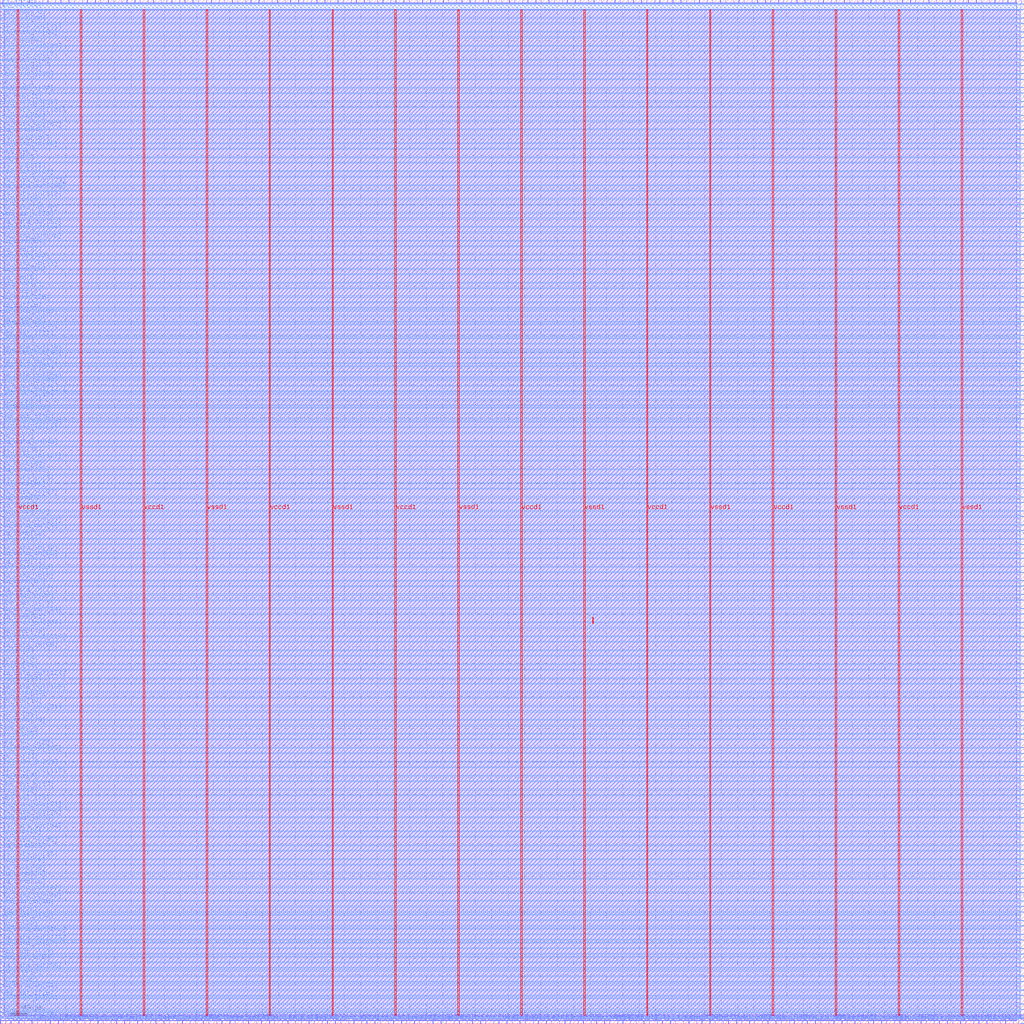
<source format=lef>
VERSION 5.7 ;
  NOWIREEXTENSIONATPIN ON ;
  DIVIDERCHAR "/" ;
  BUSBITCHARS "[]" ;
MACRO user_proj_systollic
  CLASS BLOCK ;
  FOREIGN user_proj_systollic ;
  ORIGIN 0.000 0.000 ;
  SIZE 1250.000 BY 1250.000 ;
  PIN io_in[0]
    DIRECTION INPUT ;
    USE SIGNAL ;
    PORT
      LAYER met2 ;
        RECT 1194.710 0.000 1194.990 4.000 ;
    END
  END io_in[0]
  PIN io_in[10]
    DIRECTION INPUT ;
    USE SIGNAL ;
    PORT
      LAYER met2 ;
        RECT 70.930 0.000 71.210 4.000 ;
    END
  END io_in[10]
  PIN io_in[11]
    DIRECTION INPUT ;
    USE SIGNAL ;
    PORT
      LAYER met3 ;
        RECT 1246.000 540.640 1250.000 541.240 ;
    END
  END io_in[11]
  PIN io_in[12]
    DIRECTION INPUT ;
    USE SIGNAL ;
    PORT
      LAYER met3 ;
        RECT 0.000 278.840 4.000 279.440 ;
    END
  END io_in[12]
  PIN io_in[13]
    DIRECTION INPUT ;
    USE SIGNAL ;
    PORT
      LAYER met2 ;
        RECT 428.350 1246.000 428.630 1250.000 ;
    END
  END io_in[13]
  PIN io_in[14]
    DIRECTION INPUT ;
    USE SIGNAL ;
    PORT
      LAYER met3 ;
        RECT 1246.000 812.640 1250.000 813.240 ;
    END
  END io_in[14]
  PIN io_in[15]
    DIRECTION INPUT ;
    USE SIGNAL ;
    PORT
      LAYER met2 ;
        RECT 363.950 1246.000 364.230 1250.000 ;
    END
  END io_in[15]
  PIN io_in[16]
    DIRECTION INPUT ;
    USE SIGNAL ;
    PORT
      LAYER met3 ;
        RECT 0.000 132.640 4.000 133.240 ;
    END
  END io_in[16]
  PIN io_in[17]
    DIRECTION INPUT ;
    USE SIGNAL ;
    PORT
      LAYER met3 ;
        RECT 1246.000 1193.440 1250.000 1194.040 ;
    END
  END io_in[17]
  PIN io_in[18]
    DIRECTION INPUT ;
    USE SIGNAL ;
    PORT
      LAYER met3 ;
        RECT 0.000 431.840 4.000 432.440 ;
    END
  END io_in[18]
  PIN io_in[19]
    DIRECTION INPUT ;
    USE SIGNAL ;
    PORT
      LAYER met2 ;
        RECT 466.990 1246.000 467.270 1250.000 ;
    END
  END io_in[19]
  PIN io_in[1]
    DIRECTION INPUT ;
    USE SIGNAL ;
    PORT
      LAYER met2 ;
        RECT 109.570 0.000 109.850 4.000 ;
    END
  END io_in[1]
  PIN io_in[20]
    DIRECTION INPUT ;
    USE SIGNAL ;
    PORT
      LAYER met2 ;
        RECT 322.090 1246.000 322.370 1250.000 ;
    END
  END io_in[20]
  PIN io_in[21]
    DIRECTION INPUT ;
    USE SIGNAL ;
    PORT
      LAYER met2 ;
        RECT 386.490 1246.000 386.770 1250.000 ;
    END
  END io_in[21]
  PIN io_in[22]
    DIRECTION INPUT ;
    USE SIGNAL ;
    PORT
      LAYER met3 ;
        RECT 0.000 115.640 4.000 116.240 ;
    END
  END io_in[22]
  PIN io_in[23]
    DIRECTION INPUT ;
    USE SIGNAL ;
    PORT
      LAYER met3 ;
        RECT 0.000 319.640 4.000 320.240 ;
    END
  END io_in[23]
  PIN io_in[24]
    DIRECTION INPUT ;
    USE SIGNAL ;
    PORT
      LAYER met3 ;
        RECT 1246.000 921.440 1250.000 922.040 ;
    END
  END io_in[24]
  PIN io_in[25]
    DIRECTION INPUT ;
    USE SIGNAL ;
    PORT
      LAYER met2 ;
        RECT 58.050 1246.000 58.330 1250.000 ;
    END
  END io_in[25]
  PIN io_in[26]
    DIRECTION INPUT ;
    USE SIGNAL ;
    PORT
      LAYER met2 ;
        RECT 788.990 1246.000 789.270 1250.000 ;
    END
  END io_in[26]
  PIN io_in[27]
    DIRECTION INPUT ;
    USE SIGNAL ;
    PORT
      LAYER met2 ;
        RECT 347.850 1246.000 348.130 1250.000 ;
    END
  END io_in[27]
  PIN io_in[28]
    DIRECTION INPUT ;
    USE SIGNAL ;
    PORT
      LAYER met3 ;
        RECT 0.000 47.640 4.000 48.240 ;
    END
  END io_in[28]
  PIN io_in[29]
    DIRECTION INPUT ;
    USE SIGNAL ;
    PORT
      LAYER met2 ;
        RECT 573.250 1246.000 573.530 1250.000 ;
    END
  END io_in[29]
  PIN io_in[2]
    DIRECTION INPUT ;
    USE SIGNAL ;
    PORT
      LAYER met3 ;
        RECT 0.000 1050.640 4.000 1051.240 ;
    END
  END io_in[2]
  PIN io_in[30]
    DIRECTION INPUT ;
    USE SIGNAL ;
    PORT
      LAYER met2 ;
        RECT 521.730 0.000 522.010 4.000 ;
    END
  END io_in[30]
  PIN io_in[31]
    DIRECTION INPUT ;
    USE SIGNAL ;
    PORT
      LAYER met3 ;
        RECT 0.000 370.640 4.000 371.240 ;
    END
  END io_in[31]
  PIN io_in[32]
    DIRECTION INPUT ;
    USE SIGNAL ;
    PORT
      LAYER met2 ;
        RECT 853.390 1246.000 853.670 1250.000 ;
    END
  END io_in[32]
  PIN io_in[33]
    DIRECTION INPUT ;
    USE SIGNAL ;
    PORT
      LAYER met2 ;
        RECT 734.250 1246.000 734.530 1250.000 ;
    END
  END io_in[33]
  PIN io_in[34]
    DIRECTION INPUT ;
    USE SIGNAL ;
    PORT
      LAYER met2 ;
        RECT 367.170 0.000 367.450 4.000 ;
    END
  END io_in[34]
  PIN io_in[35]
    DIRECTION INPUT ;
    USE SIGNAL ;
    PORT
      LAYER met3 ;
        RECT 1246.000 822.840 1250.000 823.440 ;
    END
  END io_in[35]
  PIN io_in[36]
    DIRECTION INPUT ;
    USE SIGNAL ;
    PORT
      LAYER met3 ;
        RECT 0.000 438.640 4.000 439.240 ;
    END
  END io_in[36]
  PIN io_in[37]
    DIRECTION INPUT ;
    USE SIGNAL ;
    PORT
      LAYER met2 ;
        RECT 1130.310 0.000 1130.590 4.000 ;
    END
  END io_in[37]
  PIN io_in[3]
    DIRECTION INPUT ;
    USE SIGNAL ;
    PORT
      LAYER met3 ;
        RECT 0.000 448.840 4.000 449.440 ;
    END
  END io_in[3]
  PIN io_in[4]
    DIRECTION INPUT ;
    USE SIGNAL ;
    PORT
      LAYER met2 ;
        RECT 1181.830 1246.000 1182.110 1250.000 ;
    END
  END io_in[4]
  PIN io_in[5]
    DIRECTION INPUT ;
    USE SIGNAL ;
    PORT
      LAYER met3 ;
        RECT 1246.000 136.040 1250.000 136.640 ;
    END
  END io_in[5]
  PIN io_in[6]
    DIRECTION INPUT ;
    USE SIGNAL ;
    PORT
      LAYER met3 ;
        RECT 1246.000 727.640 1250.000 728.240 ;
    END
  END io_in[6]
  PIN io_in[7]
    DIRECTION INPUT ;
    USE SIGNAL ;
    PORT
      LAYER met3 ;
        RECT 0.000 710.640 4.000 711.240 ;
    END
  END io_in[7]
  PIN io_in[8]
    DIRECTION INPUT ;
    USE SIGNAL ;
    PORT
      LAYER met2 ;
        RECT 605.450 1246.000 605.730 1250.000 ;
    END
  END io_in[8]
  PIN io_in[9]
    DIRECTION INPUT ;
    USE SIGNAL ;
    PORT
      LAYER met3 ;
        RECT 0.000 829.640 4.000 830.240 ;
    END
  END io_in[9]
  PIN io_oeb[0]
    DIRECTION OUTPUT TRISTATE ;
    USE SIGNAL ;
    PORT
      LAYER met3 ;
        RECT 1246.000 431.840 1250.000 432.440 ;
    END
  END io_oeb[0]
  PIN io_oeb[10]
    DIRECTION OUTPUT TRISTATE ;
    USE SIGNAL ;
    PORT
      LAYER met3 ;
        RECT 1246.000 404.640 1250.000 405.240 ;
    END
  END io_oeb[10]
  PIN io_oeb[11]
    DIRECTION OUTPUT TRISTATE ;
    USE SIGNAL ;
    PORT
      LAYER met2 ;
        RECT 750.350 1246.000 750.630 1250.000 ;
    END
  END io_oeb[11]
  PIN io_oeb[12]
    DIRECTION OUTPUT TRISTATE ;
    USE SIGNAL ;
    PORT
      LAYER met2 ;
        RECT 444.450 1246.000 444.730 1250.000 ;
    END
  END io_oeb[12]
  PIN io_oeb[13]
    DIRECTION OUTPUT TRISTATE ;
    USE SIGNAL ;
    PORT
      LAYER met2 ;
        RECT 904.910 0.000 905.190 4.000 ;
    END
  END io_oeb[13]
  PIN io_oeb[14]
    DIRECTION OUTPUT TRISTATE ;
    USE SIGNAL ;
    PORT
      LAYER met2 ;
        RECT 225.490 1246.000 225.770 1250.000 ;
    END
  END io_oeb[14]
  PIN io_oeb[15]
    DIRECTION OUTPUT TRISTATE ;
    USE SIGNAL ;
    PORT
      LAYER met3 ;
        RECT 1246.000 438.640 1250.000 439.240 ;
    END
  END io_oeb[15]
  PIN io_oeb[16]
    DIRECTION OUTPUT TRISTATE ;
    USE SIGNAL ;
    PORT
      LAYER met2 ;
        RECT 834.070 0.000 834.350 4.000 ;
    END
  END io_oeb[16]
  PIN io_oeb[17]
    DIRECTION OUTPUT TRISTATE ;
    USE SIGNAL ;
    PORT
      LAYER met2 ;
        RECT 19.410 1246.000 19.690 1250.000 ;
    END
  END io_oeb[17]
  PIN io_oeb[18]
    DIRECTION OUTPUT TRISTATE ;
    USE SIGNAL ;
    PORT
      LAYER met2 ;
        RECT 41.950 1246.000 42.230 1250.000 ;
    END
  END io_oeb[18]
  PIN io_oeb[19]
    DIRECTION OUTPUT TRISTATE ;
    USE SIGNAL ;
    PORT
      LAYER met3 ;
        RECT 0.000 387.640 4.000 388.240 ;
    END
  END io_oeb[19]
  PIN io_oeb[1]
    DIRECTION OUTPUT TRISTATE ;
    USE SIGNAL ;
    PORT
      LAYER met2 ;
        RECT 824.410 0.000 824.690 4.000 ;
    END
  END io_oeb[1]
  PIN io_oeb[20]
    DIRECTION OUTPUT TRISTATE ;
    USE SIGNAL ;
    PORT
      LAYER met2 ;
        RECT 235.150 1246.000 235.430 1250.000 ;
    END
  END io_oeb[20]
  PIN io_oeb[21]
    DIRECTION OUTPUT TRISTATE ;
    USE SIGNAL ;
    PORT
      LAYER met2 ;
        RECT 863.050 1246.000 863.330 1250.000 ;
    END
  END io_oeb[21]
  PIN io_oeb[22]
    DIRECTION OUTPUT TRISTATE ;
    USE SIGNAL ;
    PORT
      LAYER met3 ;
        RECT 0.000 227.840 4.000 228.440 ;
    END
  END io_oeb[22]
  PIN io_oeb[23]
    DIRECTION OUTPUT TRISTATE ;
    USE SIGNAL ;
    PORT
      LAYER met3 ;
        RECT 1246.000 499.840 1250.000 500.440 ;
    END
  END io_oeb[23]
  PIN io_oeb[24]
    DIRECTION OUTPUT TRISTATE ;
    USE SIGNAL ;
    PORT
      LAYER met3 ;
        RECT 1246.000 1237.640 1250.000 1238.240 ;
    END
  END io_oeb[24]
  PIN io_oeb[25]
    DIRECTION OUTPUT TRISTATE ;
    USE SIGNAL ;
    PORT
      LAYER met3 ;
        RECT 0.000 999.640 4.000 1000.240 ;
    END
  END io_oeb[25]
  PIN io_oeb[26]
    DIRECTION OUTPUT TRISTATE ;
    USE SIGNAL ;
    PORT
      LAYER met2 ;
        RECT 154.650 1246.000 154.930 1250.000 ;
    END
  END io_oeb[26]
  PIN io_oeb[27]
    DIRECTION OUTPUT TRISTATE ;
    USE SIGNAL ;
    PORT
      LAYER met3 ;
        RECT 0.000 13.640 4.000 14.240 ;
    END
  END io_oeb[27]
  PIN io_oeb[28]
    DIRECTION OUTPUT TRISTATE ;
    USE SIGNAL ;
    PORT
      LAYER met2 ;
        RECT 766.450 1246.000 766.730 1250.000 ;
    END
  END io_oeb[28]
  PIN io_oeb[29]
    DIRECTION OUTPUT TRISTATE ;
    USE SIGNAL ;
    PORT
      LAYER met3 ;
        RECT 1246.000 914.640 1250.000 915.240 ;
    END
  END io_oeb[29]
  PIN io_oeb[2]
    DIRECTION OUTPUT TRISTATE ;
    USE SIGNAL ;
    PORT
      LAYER met3 ;
        RECT 1246.000 1074.440 1250.000 1075.040 ;
    END
  END io_oeb[2]
  PIN io_oeb[30]
    DIRECTION OUTPUT TRISTATE ;
    USE SIGNAL ;
    PORT
      LAYER met2 ;
        RECT 760.010 0.000 760.290 4.000 ;
    END
  END io_oeb[30]
  PIN io_oeb[31]
    DIRECTION OUTPUT TRISTATE ;
    USE SIGNAL ;
    PORT
      LAYER met3 ;
        RECT 0.000 1125.440 4.000 1126.040 ;
    END
  END io_oeb[31]
  PIN io_oeb[32]
    DIRECTION OUTPUT TRISTATE ;
    USE SIGNAL ;
    PORT
      LAYER met2 ;
        RECT 170.750 1246.000 171.030 1250.000 ;
    END
  END io_oeb[32]
  PIN io_oeb[33]
    DIRECTION OUTPUT TRISTATE ;
    USE SIGNAL ;
    PORT
      LAYER met2 ;
        RECT 67.710 1246.000 67.990 1250.000 ;
    END
  END io_oeb[33]
  PIN io_oeb[34]
    DIRECTION OUTPUT TRISTATE ;
    USE SIGNAL ;
    PORT
      LAYER met2 ;
        RECT 241.590 1246.000 241.870 1250.000 ;
    END
  END io_oeb[34]
  PIN io_oeb[35]
    DIRECTION OUTPUT TRISTATE ;
    USE SIGNAL ;
    PORT
      LAYER met3 ;
        RECT 0.000 693.640 4.000 694.240 ;
    END
  END io_oeb[35]
  PIN io_oeb[36]
    DIRECTION OUTPUT TRISTATE ;
    USE SIGNAL ;
    PORT
      LAYER met2 ;
        RECT 544.270 0.000 544.550 4.000 ;
    END
  END io_oeb[36]
  PIN io_oeb[37]
    DIRECTION OUTPUT TRISTATE ;
    USE SIGNAL ;
    PORT
      LAYER met3 ;
        RECT 0.000 938.440 4.000 939.040 ;
    END
  END io_oeb[37]
  PIN io_oeb[3]
    DIRECTION OUTPUT TRISTATE ;
    USE SIGNAL ;
    PORT
      LAYER met2 ;
        RECT 956.430 1246.000 956.710 1250.000 ;
    END
  END io_oeb[3]
  PIN io_oeb[4]
    DIRECTION OUTPUT TRISTATE ;
    USE SIGNAL ;
    PORT
      LAYER met2 ;
        RECT 618.330 0.000 618.610 4.000 ;
    END
  END io_oeb[4]
  PIN io_oeb[5]
    DIRECTION OUTPUT TRISTATE ;
    USE SIGNAL ;
    PORT
      LAYER met3 ;
        RECT 0.000 346.840 4.000 347.440 ;
    END
  END io_oeb[5]
  PIN io_oeb[6]
    DIRECTION OUTPUT TRISTATE ;
    USE SIGNAL ;
    PORT
      LAYER met2 ;
        RECT 901.690 1246.000 901.970 1250.000 ;
    END
  END io_oeb[6]
  PIN io_oeb[7]
    DIRECTION OUTPUT TRISTATE ;
    USE SIGNAL ;
    PORT
      LAYER met2 ;
        RECT 1207.590 1246.000 1207.870 1250.000 ;
    END
  END io_oeb[7]
  PIN io_oeb[8]
    DIRECTION OUTPUT TRISTATE ;
    USE SIGNAL ;
    PORT
      LAYER met3 ;
        RECT 0.000 904.440 4.000 905.040 ;
    END
  END io_oeb[8]
  PIN io_oeb[9]
    DIRECTION OUTPUT TRISTATE ;
    USE SIGNAL ;
    PORT
      LAYER met2 ;
        RECT 138.550 1246.000 138.830 1250.000 ;
    END
  END io_oeb[9]
  PIN io_out[0]
    DIRECTION OUTPUT TRISTATE ;
    USE SIGNAL ;
    PORT
      LAYER met2 ;
        RECT 3.310 1246.000 3.590 1250.000 ;
    END
  END io_out[0]
  PIN io_out[10]
    DIRECTION OUTPUT TRISTATE ;
    USE SIGNAL ;
    PORT
      LAYER met2 ;
        RECT 1175.390 1246.000 1175.670 1250.000 ;
    END
  END io_out[10]
  PIN io_out[11]
    DIRECTION OUTPUT TRISTATE ;
    USE SIGNAL ;
    PORT
      LAYER met3 ;
        RECT 0.000 584.840 4.000 585.440 ;
    END
  END io_out[11]
  PIN io_out[12]
    DIRECTION OUTPUT TRISTATE ;
    USE SIGNAL ;
    PORT
      LAYER met3 ;
        RECT 1246.000 1159.440 1250.000 1160.040 ;
    END
  END io_out[12]
  PIN io_out[13]
    DIRECTION OUTPUT TRISTATE ;
    USE SIGNAL ;
    PORT
      LAYER met3 ;
        RECT 0.000 414.840 4.000 415.440 ;
    END
  END io_out[13]
  PIN io_out[14]
    DIRECTION OUTPUT TRISTATE ;
    USE SIGNAL ;
    PORT
      LAYER met2 ;
        RECT 157.870 0.000 158.150 4.000 ;
    END
  END io_out[14]
  PIN io_out[15]
    DIRECTION OUTPUT TRISTATE ;
    USE SIGNAL ;
    PORT
      LAYER met3 ;
        RECT 1246.000 965.640 1250.000 966.240 ;
    END
  END io_out[15]
  PIN io_out[16]
    DIRECTION OUTPUT TRISTATE ;
    USE SIGNAL ;
    PORT
      LAYER met3 ;
        RECT 1246.000 268.640 1250.000 269.240 ;
    END
  END io_out[16]
  PIN io_out[17]
    DIRECTION OUTPUT TRISTATE ;
    USE SIGNAL ;
    PORT
      LAYER met3 ;
        RECT 1246.000 805.840 1250.000 806.440 ;
    END
  END io_out[17]
  PIN io_out[18]
    DIRECTION OUTPUT TRISTATE ;
    USE SIGNAL ;
    PORT
      LAYER met3 ;
        RECT 1246.000 1118.640 1250.000 1119.240 ;
    END
  END io_out[18]
  PIN io_out[19]
    DIRECTION OUTPUT TRISTATE ;
    USE SIGNAL ;
    PORT
      LAYER met3 ;
        RECT 1246.000 972.440 1250.000 973.040 ;
    END
  END io_out[19]
  PIN io_out[1]
    DIRECTION OUTPUT TRISTATE ;
    USE SIGNAL ;
    PORT
      LAYER met2 ;
        RECT 141.770 0.000 142.050 4.000 ;
    END
  END io_out[1]
  PIN io_out[20]
    DIRECTION OUTPUT TRISTATE ;
    USE SIGNAL ;
    PORT
      LAYER met2 ;
        RECT 937.110 0.000 937.390 4.000 ;
    END
  END io_out[20]
  PIN io_out[21]
    DIRECTION OUTPUT TRISTATE ;
    USE SIGNAL ;
    PORT
      LAYER met3 ;
        RECT 0.000 1237.640 4.000 1238.240 ;
    END
  END io_out[21]
  PIN io_out[22]
    DIRECTION OUTPUT TRISTATE ;
    USE SIGNAL ;
    PORT
      LAYER met2 ;
        RECT 1162.510 0.000 1162.790 4.000 ;
    END
  END io_out[22]
  PIN io_out[23]
    DIRECTION OUTPUT TRISTATE ;
    USE SIGNAL ;
    PORT
      LAYER met2 ;
        RECT 682.730 0.000 683.010 4.000 ;
    END
  END io_out[23]
  PIN io_out[24]
    DIRECTION OUTPUT TRISTATE ;
    USE SIGNAL ;
    PORT
      LAYER met3 ;
        RECT 1246.000 119.040 1250.000 119.640 ;
    END
  END io_out[24]
  PIN io_out[25]
    DIRECTION OUTPUT TRISTATE ;
    USE SIGNAL ;
    PORT
      LAYER met3 ;
        RECT 0.000 870.440 4.000 871.040 ;
    END
  END io_out[25]
  PIN io_out[26]
    DIRECTION OUTPUT TRISTATE ;
    USE SIGNAL ;
    PORT
      LAYER met2 ;
        RECT 257.690 1246.000 257.970 1250.000 ;
    END
  END io_out[26]
  PIN io_out[27]
    DIRECTION OUTPUT TRISTATE ;
    USE SIGNAL ;
    PORT
      LAYER met2 ;
        RECT 1226.910 0.000 1227.190 4.000 ;
    END
  END io_out[27]
  PIN io_out[28]
    DIRECTION OUTPUT TRISTATE ;
    USE SIGNAL ;
    PORT
      LAYER met3 ;
        RECT 1246.000 686.840 1250.000 687.440 ;
    END
  END io_out[28]
  PIN io_out[29]
    DIRECTION OUTPUT TRISTATE ;
    USE SIGNAL ;
    PORT
      LAYER met2 ;
        RECT 286.670 0.000 286.950 4.000 ;
    END
  END io_out[29]
  PIN io_out[2]
    DIRECTION OUTPUT TRISTATE ;
    USE SIGNAL ;
    PORT
      LAYER met2 ;
        RECT 1197.930 1246.000 1198.210 1250.000 ;
    END
  END io_out[2]
  PIN io_out[30]
    DIRECTION OUTPUT TRISTATE ;
    USE SIGNAL ;
    PORT
      LAYER met2 ;
        RECT 383.270 0.000 383.550 4.000 ;
    END
  END io_out[30]
  PIN io_out[31]
    DIRECTION OUTPUT TRISTATE ;
    USE SIGNAL ;
    PORT
      LAYER met3 ;
        RECT 1246.000 1101.640 1250.000 1102.240 ;
    END
  END io_out[31]
  PIN io_out[32]
    DIRECTION OUTPUT TRISTATE ;
    USE SIGNAL ;
    PORT
      LAYER met2 ;
        RECT 1107.770 0.000 1108.050 4.000 ;
    END
  END io_out[32]
  PIN io_out[33]
    DIRECTION OUTPUT TRISTATE ;
    USE SIGNAL ;
    PORT
      LAYER met3 ;
        RECT 1246.000 938.440 1250.000 939.040 ;
    END
  END io_out[33]
  PIN io_out[34]
    DIRECTION OUTPUT TRISTATE ;
    USE SIGNAL ;
    PORT
      LAYER met2 ;
        RECT 1239.790 1246.000 1240.070 1250.000 ;
    END
  END io_out[34]
  PIN io_out[35]
    DIRECTION OUTPUT TRISTATE ;
    USE SIGNAL ;
    PORT
      LAYER met3 ;
        RECT 1246.000 839.840 1250.000 840.440 ;
    END
  END io_out[35]
  PIN io_out[36]
    DIRECTION OUTPUT TRISTATE ;
    USE SIGNAL ;
    PORT
      LAYER met2 ;
        RECT 251.250 1246.000 251.530 1250.000 ;
    END
  END io_out[36]
  PIN io_out[37]
    DIRECTION OUTPUT TRISTATE ;
    USE SIGNAL ;
    PORT
      LAYER met2 ;
        RECT 1098.110 0.000 1098.390 4.000 ;
    END
  END io_out[37]
  PIN io_out[3]
    DIRECTION OUTPUT TRISTATE ;
    USE SIGNAL ;
    PORT
      LAYER met3 ;
        RECT 0.000 625.640 4.000 626.240 ;
    END
  END io_out[3]
  PIN io_out[4]
    DIRECTION OUTPUT TRISTATE ;
    USE SIGNAL ;
    PORT
      LAYER met3 ;
        RECT 1246.000 102.040 1250.000 102.640 ;
    END
  END io_out[4]
  PIN io_out[5]
    DIRECTION OUTPUT TRISTATE ;
    USE SIGNAL ;
    PORT
      LAYER met3 ;
        RECT 1246.000 771.840 1250.000 772.440 ;
    END
  END io_out[5]
  PIN io_out[6]
    DIRECTION OUTPUT TRISTATE ;
    USE SIGNAL ;
    PORT
      LAYER met2 ;
        RECT 637.650 1246.000 637.930 1250.000 ;
    END
  END io_out[6]
  PIN io_out[7]
    DIRECTION OUTPUT TRISTATE ;
    USE SIGNAL ;
    PORT
      LAYER met3 ;
        RECT 0.000 295.840 4.000 296.440 ;
    END
  END io_out[7]
  PIN io_out[8]
    DIRECTION OUTPUT TRISTATE ;
    USE SIGNAL ;
    PORT
      LAYER met2 ;
        RECT 515.290 1246.000 515.570 1250.000 ;
    END
  END io_out[8]
  PIN io_out[9]
    DIRECTION OUTPUT TRISTATE ;
    USE SIGNAL ;
    PORT
      LAYER met3 ;
        RECT 0.000 1244.440 4.000 1245.040 ;
    END
  END io_out[9]
  PIN irq[0]
    DIRECTION OUTPUT TRISTATE ;
    USE SIGNAL ;
    PORT
      LAYER met2 ;
        RECT 392.930 0.000 393.210 4.000 ;
    END
  END irq[0]
  PIN irq[1]
    DIRECTION OUTPUT TRISTATE ;
    USE SIGNAL ;
    PORT
      LAYER met3 ;
        RECT 1246.000 489.640 1250.000 490.240 ;
    END
  END irq[1]
  PIN irq[2]
    DIRECTION OUTPUT TRISTATE ;
    USE SIGNAL ;
    PORT
      LAYER met2 ;
        RECT 988.630 1246.000 988.910 1250.000 ;
    END
  END irq[2]
  PIN la_data_in[0]
    DIRECTION INPUT ;
    USE SIGNAL ;
    PORT
      LAYER met3 ;
        RECT 1246.000 625.640 1250.000 626.240 ;
    END
  END la_data_in[0]
  PIN la_data_in[100]
    DIRECTION INPUT ;
    USE SIGNAL ;
    PORT
      LAYER met3 ;
        RECT 1246.000 336.640 1250.000 337.240 ;
    END
  END la_data_in[100]
  PIN la_data_in[101]
    DIRECTION INPUT ;
    USE SIGNAL ;
    PORT
      LAYER met2 ;
        RECT 557.150 1246.000 557.430 1250.000 ;
    END
  END la_data_in[101]
  PIN la_data_in[102]
    DIRECTION INPUT ;
    USE SIGNAL ;
    PORT
      LAYER met2 ;
        RECT 209.390 1246.000 209.670 1250.000 ;
    END
  END la_data_in[102]
  PIN la_data_in[103]
    DIRECTION INPUT ;
    USE SIGNAL ;
    PORT
      LAYER met3 ;
        RECT 1246.000 1142.440 1250.000 1143.040 ;
    END
  END la_data_in[103]
  PIN la_data_in[104]
    DIRECTION INPUT ;
    USE SIGNAL ;
    PORT
      LAYER met3 ;
        RECT 0.000 965.640 4.000 966.240 ;
    END
  END la_data_in[104]
  PIN la_data_in[105]
    DIRECTION INPUT ;
    USE SIGNAL ;
    PORT
      LAYER met3 ;
        RECT 1246.000 778.640 1250.000 779.240 ;
    END
  END la_data_in[105]
  PIN la_data_in[106]
    DIRECTION INPUT ;
    USE SIGNAL ;
    PORT
      LAYER met3 ;
        RECT 1246.000 108.840 1250.000 109.440 ;
    END
  END la_data_in[106]
  PIN la_data_in[107]
    DIRECTION INPUT ;
    USE SIGNAL ;
    PORT
      LAYER met2 ;
        RECT 685.950 1246.000 686.230 1250.000 ;
    END
  END la_data_in[107]
  PIN la_data_in[108]
    DIRECTION INPUT ;
    USE SIGNAL ;
    PORT
      LAYER met3 ;
        RECT 1246.000 312.840 1250.000 313.440 ;
    END
  END la_data_in[108]
  PIN la_data_in[109]
    DIRECTION INPUT ;
    USE SIGNAL ;
    PORT
      LAYER met2 ;
        RECT 895.250 1246.000 895.530 1250.000 ;
    END
  END la_data_in[109]
  PIN la_data_in[10]
    DIRECTION INPUT ;
    USE SIGNAL ;
    PORT
      LAYER met3 ;
        RECT 0.000 989.440 4.000 990.040 ;
    END
  END la_data_in[10]
  PIN la_data_in[110]
    DIRECTION INPUT ;
    USE SIGNAL ;
    PORT
      LAYER met2 ;
        RECT 38.730 0.000 39.010 4.000 ;
    END
  END la_data_in[110]
  PIN la_data_in[111]
    DIRECTION INPUT ;
    USE SIGNAL ;
    PORT
      LAYER met3 ;
        RECT 1246.000 788.840 1250.000 789.440 ;
    END
  END la_data_in[111]
  PIN la_data_in[112]
    DIRECTION INPUT ;
    USE SIGNAL ;
    PORT
      LAYER met3 ;
        RECT 0.000 1006.440 4.000 1007.040 ;
    END
  END la_data_in[112]
  PIN la_data_in[113]
    DIRECTION INPUT ;
    USE SIGNAL ;
    PORT
      LAYER met3 ;
        RECT 1246.000 176.840 1250.000 177.440 ;
    END
  END la_data_in[113]
  PIN la_data_in[114]
    DIRECTION INPUT ;
    USE SIGNAL ;
    PORT
      LAYER met2 ;
        RECT 924.230 1246.000 924.510 1250.000 ;
    END
  END la_data_in[114]
  PIN la_data_in[115]
    DIRECTION INPUT ;
    USE SIGNAL ;
    PORT
      LAYER met2 ;
        RECT 296.330 0.000 296.610 4.000 ;
    END
  END la_data_in[115]
  PIN la_data_in[116]
    DIRECTION INPUT ;
    USE SIGNAL ;
    PORT
      LAYER met2 ;
        RECT 537.830 0.000 538.110 4.000 ;
    END
  END la_data_in[116]
  PIN la_data_in[117]
    DIRECTION INPUT ;
    USE SIGNAL ;
    PORT
      LAYER met2 ;
        RECT 508.850 1246.000 509.130 1250.000 ;
    END
  END la_data_in[117]
  PIN la_data_in[118]
    DIRECTION INPUT ;
    USE SIGNAL ;
    PORT
      LAYER met2 ;
        RECT 1004.730 1246.000 1005.010 1250.000 ;
    END
  END la_data_in[118]
  PIN la_data_in[119]
    DIRECTION INPUT ;
    USE SIGNAL ;
    PORT
      LAYER met3 ;
        RECT 1246.000 744.640 1250.000 745.240 ;
    END
  END la_data_in[119]
  PIN la_data_in[11]
    DIRECTION INPUT ;
    USE SIGNAL ;
    PORT
      LAYER met3 ;
        RECT 0.000 921.440 4.000 922.040 ;
    END
  END la_data_in[11]
  PIN la_data_in[120]
    DIRECTION INPUT ;
    USE SIGNAL ;
    PORT
      LAYER met2 ;
        RECT 846.950 1246.000 847.230 1250.000 ;
    END
  END la_data_in[120]
  PIN la_data_in[121]
    DIRECTION INPUT ;
    USE SIGNAL ;
    PORT
      LAYER met2 ;
        RECT 1188.270 0.000 1188.550 4.000 ;
    END
  END la_data_in[121]
  PIN la_data_in[122]
    DIRECTION INPUT ;
    USE SIGNAL ;
    PORT
      LAYER met2 ;
        RECT 74.150 1246.000 74.430 1250.000 ;
    END
  END la_data_in[122]
  PIN la_data_in[123]
    DIRECTION INPUT ;
    USE SIGNAL ;
    PORT
      LAYER met2 ;
        RECT 1243.010 0.000 1243.290 4.000 ;
    END
  END la_data_in[123]
  PIN la_data_in[124]
    DIRECTION INPUT ;
    USE SIGNAL ;
    PORT
      LAYER met2 ;
        RECT 122.450 1246.000 122.730 1250.000 ;
    END
  END la_data_in[124]
  PIN la_data_in[125]
    DIRECTION INPUT ;
    USE SIGNAL ;
    PORT
      LAYER met3 ;
        RECT 0.000 329.840 4.000 330.440 ;
    END
  END la_data_in[125]
  PIN la_data_in[126]
    DIRECTION INPUT ;
    USE SIGNAL ;
    PORT
      LAYER met2 ;
        RECT 930.670 0.000 930.950 4.000 ;
    END
  END la_data_in[126]
  PIN la_data_in[127]
    DIRECTION INPUT ;
    USE SIGNAL ;
    PORT
      LAYER met3 ;
        RECT 0.000 686.840 4.000 687.440 ;
    END
  END la_data_in[127]
  PIN la_data_in[12]
    DIRECTION INPUT ;
    USE SIGNAL ;
    PORT
      LAYER met3 ;
        RECT 0.000 574.640 4.000 575.240 ;
    END
  END la_data_in[12]
  PIN la_data_in[13]
    DIRECTION INPUT ;
    USE SIGNAL ;
    PORT
      LAYER met2 ;
        RECT 1082.010 0.000 1082.290 4.000 ;
    END
  END la_data_in[13]
  PIN la_data_in[14]
    DIRECTION INPUT ;
    USE SIGNAL ;
    PORT
      LAYER met3 ;
        RECT 1246.000 897.640 1250.000 898.240 ;
    END
  END la_data_in[14]
  PIN la_data_in[15]
    DIRECTION INPUT ;
    USE SIGNAL ;
    PORT
      LAYER met3 ;
        RECT 0.000 200.640 4.000 201.240 ;
    END
  END la_data_in[15]
  PIN la_data_in[16]
    DIRECTION INPUT ;
    USE SIGNAL ;
    PORT
      LAYER met3 ;
        RECT 1246.000 516.840 1250.000 517.440 ;
    END
  END la_data_in[16]
  PIN la_data_in[17]
    DIRECTION INPUT ;
    USE SIGNAL ;
    PORT
      LAYER met3 ;
        RECT 0.000 523.640 4.000 524.240 ;
    END
  END la_data_in[17]
  PIN la_data_in[18]
    DIRECTION INPUT ;
    USE SIGNAL ;
    PORT
      LAYER met3 ;
        RECT 1246.000 1050.640 1250.000 1051.240 ;
    END
  END la_data_in[18]
  PIN la_data_in[19]
    DIRECTION INPUT ;
    USE SIGNAL ;
    PORT
      LAYER met2 ;
        RECT 949.990 1246.000 950.270 1250.000 ;
    END
  END la_data_in[19]
  PIN la_data_in[1]
    DIRECTION INPUT ;
    USE SIGNAL ;
    PORT
      LAYER met2 ;
        RECT 302.770 0.000 303.050 4.000 ;
    END
  END la_data_in[1]
  PIN la_data_in[20]
    DIRECTION INPUT ;
    USE SIGNAL ;
    PORT
      LAYER met2 ;
        RECT 35.510 1246.000 35.790 1250.000 ;
    END
  END la_data_in[20]
  PIN la_data_in[21]
    DIRECTION INPUT ;
    USE SIGNAL ;
    PORT
      LAYER met3 ;
        RECT 0.000 40.840 4.000 41.440 ;
    END
  END la_data_in[21]
  PIN la_data_in[22]
    DIRECTION INPUT ;
    USE SIGNAL ;
    PORT
      LAYER met2 ;
        RECT 808.310 0.000 808.590 4.000 ;
    END
  END la_data_in[22]
  PIN la_data_in[23]
    DIRECTION INPUT ;
    USE SIGNAL ;
    PORT
      LAYER met3 ;
        RECT 1246.000 652.840 1250.000 653.440 ;
    END
  END la_data_in[23]
  PIN la_data_in[24]
    DIRECTION INPUT ;
    USE SIGNAL ;
    PORT
      LAYER met3 ;
        RECT 1246.000 227.840 1250.000 228.440 ;
    END
  END la_data_in[24]
  PIN la_data_in[25]
    DIRECTION INPUT ;
    USE SIGNAL ;
    PORT
      LAYER met3 ;
        RECT 0.000 846.640 4.000 847.240 ;
    END
  END la_data_in[25]
  PIN la_data_in[26]
    DIRECTION INPUT ;
    USE SIGNAL ;
    PORT
      LAYER met3 ;
        RECT 1246.000 999.640 1250.000 1000.240 ;
    END
  END la_data_in[26]
  PIN la_data_in[27]
    DIRECTION INPUT ;
    USE SIGNAL ;
    PORT
      LAYER met3 ;
        RECT 0.000 91.840 4.000 92.440 ;
    END
  END la_data_in[27]
  PIN la_data_in[28]
    DIRECTION INPUT ;
    USE SIGNAL ;
    PORT
      LAYER met3 ;
        RECT 1246.000 737.840 1250.000 738.440 ;
    END
  END la_data_in[28]
  PIN la_data_in[29]
    DIRECTION INPUT ;
    USE SIGNAL ;
    PORT
      LAYER met2 ;
        RECT 872.710 0.000 872.990 4.000 ;
    END
  END la_data_in[29]
  PIN la_data_in[2]
    DIRECTION INPUT ;
    USE SIGNAL ;
    PORT
      LAYER met2 ;
        RECT 969.310 0.000 969.590 4.000 ;
    END
  END la_data_in[2]
  PIN la_data_in[30]
    DIRECTION INPUT ;
    USE SIGNAL ;
    PORT
      LAYER met2 ;
        RECT 1146.410 0.000 1146.690 4.000 ;
    END
  END la_data_in[30]
  PIN la_data_in[31]
    DIRECTION INPUT ;
    USE SIGNAL ;
    PORT
      LAYER met2 ;
        RECT 460.550 1246.000 460.830 1250.000 ;
    END
  END la_data_in[31]
  PIN la_data_in[32]
    DIRECTION INPUT ;
    USE SIGNAL ;
    PORT
      LAYER met2 ;
        RECT 888.810 0.000 889.090 4.000 ;
    END
  END la_data_in[32]
  PIN la_data_in[33]
    DIRECTION INPUT ;
    USE SIGNAL ;
    PORT
      LAYER met2 ;
        RECT 505.630 0.000 505.910 4.000 ;
    END
  END la_data_in[33]
  PIN la_data_in[34]
    DIRECTION INPUT ;
    USE SIGNAL ;
    PORT
      LAYER met2 ;
        RECT 579.690 1246.000 579.970 1250.000 ;
    END
  END la_data_in[34]
  PIN la_data_in[35]
    DIRECTION INPUT ;
    USE SIGNAL ;
    PORT
      LAYER met3 ;
        RECT 0.000 1067.640 4.000 1068.240 ;
    END
  END la_data_in[35]
  PIN la_data_in[36]
    DIRECTION INPUT ;
    USE SIGNAL ;
    PORT
      LAYER met2 ;
        RECT 982.190 1246.000 982.470 1250.000 ;
    END
  END la_data_in[36]
  PIN la_data_in[37]
    DIRECTION INPUT ;
    USE SIGNAL ;
    PORT
      LAYER met2 ;
        RECT 1214.030 1246.000 1214.310 1250.000 ;
    END
  END la_data_in[37]
  PIN la_data_in[38]
    DIRECTION INPUT ;
    USE SIGNAL ;
    PORT
      LAYER met3 ;
        RECT 1246.000 533.840 1250.000 534.440 ;
    END
  END la_data_in[38]
  PIN la_data_in[39]
    DIRECTION INPUT ;
    USE SIGNAL ;
    PORT
      LAYER met2 ;
        RECT 22.630 0.000 22.910 4.000 ;
    END
  END la_data_in[39]
  PIN la_data_in[3]
    DIRECTION INPUT ;
    USE SIGNAL ;
    PORT
      LAYER met3 ;
        RECT 0.000 659.640 4.000 660.240 ;
    END
  END la_data_in[3]
  PIN la_data_in[40]
    DIRECTION INPUT ;
    USE SIGNAL ;
    PORT
      LAYER met2 ;
        RECT 248.030 0.000 248.310 4.000 ;
    END
  END la_data_in[40]
  PIN la_data_in[41]
    DIRECTION INPUT ;
    USE SIGNAL ;
    PORT
      LAYER met2 ;
        RECT 318.870 0.000 319.150 4.000 ;
    END
  END la_data_in[41]
  PIN la_data_in[42]
    DIRECTION INPUT ;
    USE SIGNAL ;
    PORT
      LAYER met3 ;
        RECT 1246.000 557.640 1250.000 558.240 ;
    END
  END la_data_in[42]
  PIN la_data_in[43]
    DIRECTION INPUT ;
    USE SIGNAL ;
    PORT
      LAYER met3 ;
        RECT 1246.000 955.440 1250.000 956.040 ;
    END
  END la_data_in[43]
  PIN la_data_in[44]
    DIRECTION INPUT ;
    USE SIGNAL ;
    PORT
      LAYER met2 ;
        RECT 418.690 1246.000 418.970 1250.000 ;
    END
  END la_data_in[44]
  PIN la_data_in[45]
    DIRECTION INPUT ;
    USE SIGNAL ;
    PORT
      LAYER met3 ;
        RECT 0.000 217.640 4.000 218.240 ;
    END
  END la_data_in[45]
  PIN la_data_in[46]
    DIRECTION INPUT ;
    USE SIGNAL ;
    PORT
      LAYER met3 ;
        RECT 0.000 703.840 4.000 704.440 ;
    END
  END la_data_in[46]
  PIN la_data_in[47]
    DIRECTION INPUT ;
    USE SIGNAL ;
    PORT
      LAYER met2 ;
        RECT 817.970 0.000 818.250 4.000 ;
    END
  END la_data_in[47]
  PIN la_data_in[48]
    DIRECTION INPUT ;
    USE SIGNAL ;
    PORT
      LAYER met2 ;
        RECT 885.590 1246.000 885.870 1250.000 ;
    END
  END la_data_in[48]
  PIN la_data_in[49]
    DIRECTION INPUT ;
    USE SIGNAL ;
    PORT
      LAYER met2 ;
        RECT 238.370 0.000 238.650 4.000 ;
    END
  END la_data_in[49]
  PIN la_data_in[4]
    DIRECTION INPUT ;
    USE SIGNAL ;
    PORT
      LAYER met2 ;
        RECT 425.130 0.000 425.410 4.000 ;
    END
  END la_data_in[4]
  PIN la_data_in[50]
    DIRECTION INPUT ;
    USE SIGNAL ;
    PORT
      LAYER met3 ;
        RECT 0.000 23.840 4.000 24.440 ;
    END
  END la_data_in[50]
  PIN la_data_in[51]
    DIRECTION INPUT ;
    USE SIGNAL ;
    PORT
      LAYER met2 ;
        RECT 25.850 1246.000 26.130 1250.000 ;
    END
  END la_data_in[51]
  PIN la_data_in[52]
    DIRECTION INPUT ;
    USE SIGNAL ;
    PORT
      LAYER met2 ;
        RECT 1191.490 1246.000 1191.770 1250.000 ;
    END
  END la_data_in[52]
  PIN la_data_in[53]
    DIRECTION INPUT ;
    USE SIGNAL ;
    PORT
      LAYER met3 ;
        RECT 1246.000 217.640 1250.000 218.240 ;
    END
  END la_data_in[53]
  PIN la_data_in[54]
    DIRECTION INPUT ;
    USE SIGNAL ;
    PORT
      LAYER met2 ;
        RECT 151.430 0.000 151.710 4.000 ;
    END
  END la_data_in[54]
  PIN la_data_in[55]
    DIRECTION INPUT ;
    USE SIGNAL ;
    PORT
      LAYER met2 ;
        RECT 576.470 0.000 576.750 4.000 ;
    END
  END la_data_in[55]
  PIN la_data_in[56]
    DIRECTION INPUT ;
    USE SIGNAL ;
    PORT
      LAYER met2 ;
        RECT 6.530 0.000 6.810 4.000 ;
    END
  END la_data_in[56]
  PIN la_data_in[57]
    DIRECTION INPUT ;
    USE SIGNAL ;
    PORT
      LAYER met2 ;
        RECT 914.570 0.000 914.850 4.000 ;
    END
  END la_data_in[57]
  PIN la_data_in[58]
    DIRECTION INPUT ;
    USE SIGNAL ;
    PORT
      LAYER met2 ;
        RECT 1036.930 1246.000 1037.210 1250.000 ;
    END
  END la_data_in[58]
  PIN la_data_in[59]
    DIRECTION INPUT ;
    USE SIGNAL ;
    PORT
      LAYER met2 ;
        RECT 1065.910 0.000 1066.190 4.000 ;
    END
  END la_data_in[59]
  PIN la_data_in[5]
    DIRECTION INPUT ;
    USE SIGNAL ;
    PORT
      LAYER met3 ;
        RECT 0.000 540.640 4.000 541.240 ;
    END
  END la_data_in[5]
  PIN la_data_in[60]
    DIRECTION INPUT ;
    USE SIGNAL ;
    PORT
      LAYER met2 ;
        RECT 106.350 1246.000 106.630 1250.000 ;
    END
  END la_data_in[60]
  PIN la_data_in[61]
    DIRECTION INPUT ;
    USE SIGNAL ;
    PORT
      LAYER met2 ;
        RECT 254.470 0.000 254.750 4.000 ;
    END
  END la_data_in[61]
  PIN la_data_in[62]
    DIRECTION INPUT ;
    USE SIGNAL ;
    PORT
      LAYER met3 ;
        RECT 1246.000 285.640 1250.000 286.240 ;
    END
  END la_data_in[62]
  PIN la_data_in[63]
    DIRECTION INPUT ;
    USE SIGNAL ;
    PORT
      LAYER met3 ;
        RECT 0.000 720.840 4.000 721.440 ;
    END
  END la_data_in[63]
  PIN la_data_in[64]
    DIRECTION INPUT ;
    USE SIGNAL ;
    PORT
      LAYER met3 ;
        RECT 1246.000 1176.440 1250.000 1177.040 ;
    END
  END la_data_in[64]
  PIN la_data_in[65]
    DIRECTION INPUT ;
    USE SIGNAL ;
    PORT
      LAYER met2 ;
        RECT 1059.470 0.000 1059.750 4.000 ;
    END
  END la_data_in[65]
  PIN la_data_in[66]
    DIRECTION INPUT ;
    USE SIGNAL ;
    PORT
      LAYER met3 ;
        RECT 0.000 1203.640 4.000 1204.240 ;
    END
  END la_data_in[66]
  PIN la_data_in[67]
    DIRECTION INPUT ;
    USE SIGNAL ;
    PORT
      LAYER met2 ;
        RECT 524.950 1246.000 525.230 1250.000 ;
    END
  END la_data_in[67]
  PIN la_data_in[68]
    DIRECTION INPUT ;
    USE SIGNAL ;
    PORT
      LAYER met3 ;
        RECT 0.000 312.840 4.000 313.440 ;
    END
  END la_data_in[68]
  PIN la_data_in[69]
    DIRECTION INPUT ;
    USE SIGNAL ;
    PORT
      LAYER met3 ;
        RECT 1246.000 904.440 1250.000 905.040 ;
    END
  END la_data_in[69]
  PIN la_data_in[6]
    DIRECTION INPUT ;
    USE SIGNAL ;
    PORT
      LAYER met3 ;
        RECT 1246.000 482.840 1250.000 483.440 ;
    END
  END la_data_in[6]
  PIN la_data_in[70]
    DIRECTION INPUT ;
    USE SIGNAL ;
    PORT
      LAYER met3 ;
        RECT 1246.000 295.840 1250.000 296.440 ;
    END
  END la_data_in[70]
  PIN la_data_in[71]
    DIRECTION INPUT ;
    USE SIGNAL ;
    PORT
      LAYER met3 ;
        RECT 1246.000 210.840 1250.000 211.440 ;
    END
  END la_data_in[71]
  PIN la_data_in[72]
    DIRECTION INPUT ;
    USE SIGNAL ;
    PORT
      LAYER met2 ;
        RECT 315.650 1246.000 315.930 1250.000 ;
    END
  END la_data_in[72]
  PIN la_data_in[73]
    DIRECTION INPUT ;
    USE SIGNAL ;
    PORT
      LAYER met2 ;
        RECT 1210.810 0.000 1211.090 4.000 ;
    END
  END la_data_in[73]
  PIN la_data_in[74]
    DIRECTION INPUT ;
    USE SIGNAL ;
    PORT
      LAYER met2 ;
        RECT 602.230 0.000 602.510 4.000 ;
    END
  END la_data_in[74]
  PIN la_data_in[75]
    DIRECTION INPUT ;
    USE SIGNAL ;
    PORT
      LAYER met2 ;
        RECT 479.870 0.000 480.150 4.000 ;
    END
  END la_data_in[75]
  PIN la_data_in[76]
    DIRECTION INPUT ;
    USE SIGNAL ;
    PORT
      LAYER met2 ;
        RECT 592.570 0.000 592.850 4.000 ;
    END
  END la_data_in[76]
  PIN la_data_in[77]
    DIRECTION INPUT ;
    USE SIGNAL ;
    PORT
      LAYER met3 ;
        RECT 1246.000 795.640 1250.000 796.240 ;
    END
  END la_data_in[77]
  PIN la_data_in[78]
    DIRECTION INPUT ;
    USE SIGNAL ;
    PORT
      LAYER met3 ;
        RECT 1246.000 989.440 1250.000 990.040 ;
    END
  END la_data_in[78]
  PIN la_data_in[79]
    DIRECTION INPUT ;
    USE SIGNAL ;
    PORT
      LAYER met3 ;
        RECT 1246.000 329.840 1250.000 330.440 ;
    END
  END la_data_in[79]
  PIN la_data_in[7]
    DIRECTION INPUT ;
    USE SIGNAL ;
    PORT
      LAYER met3 ;
        RECT 1246.000 370.640 1250.000 371.240 ;
    END
  END la_data_in[7]
  PIN la_data_in[80]
    DIRECTION INPUT ;
    USE SIGNAL ;
    PORT
      LAYER met2 ;
        RECT 1001.510 0.000 1001.790 4.000 ;
    END
  END la_data_in[80]
  PIN la_data_in[81]
    DIRECTION INPUT ;
    USE SIGNAL ;
    PORT
      LAYER met3 ;
        RECT 1246.000 380.840 1250.000 381.440 ;
    END
  END la_data_in[81]
  PIN la_data_in[82]
    DIRECTION INPUT ;
    USE SIGNAL ;
    PORT
      LAYER met3 ;
        RECT 0.000 567.840 4.000 568.440 ;
    END
  END la_data_in[82]
  PIN la_data_in[83]
    DIRECTION INPUT ;
    USE SIGNAL ;
    PORT
      LAYER met2 ;
        RECT 1046.590 1246.000 1046.870 1250.000 ;
    END
  END la_data_in[83]
  PIN la_data_in[84]
    DIRECTION INPUT ;
    USE SIGNAL ;
    PORT
      LAYER met3 ;
        RECT 0.000 6.840 4.000 7.440 ;
    END
  END la_data_in[84]
  PIN la_data_in[85]
    DIRECTION INPUT ;
    USE SIGNAL ;
    PORT
      LAYER met2 ;
        RECT 499.190 1246.000 499.470 1250.000 ;
    END
  END la_data_in[85]
  PIN la_data_in[86]
    DIRECTION INPUT ;
    USE SIGNAL ;
    PORT
      LAYER met3 ;
        RECT 1246.000 880.640 1250.000 881.240 ;
    END
  END la_data_in[86]
  PIN la_data_in[87]
    DIRECTION INPUT ;
    USE SIGNAL ;
    PORT
      LAYER met3 ;
        RECT 0.000 642.640 4.000 643.240 ;
    END
  END la_data_in[87]
  PIN la_data_in[88]
    DIRECTION INPUT ;
    USE SIGNAL ;
    PORT
      LAYER met3 ;
        RECT 0.000 778.640 4.000 779.240 ;
    END
  END la_data_in[88]
  PIN la_data_in[89]
    DIRECTION INPUT ;
    USE SIGNAL ;
    PORT
      LAYER met2 ;
        RECT 434.790 1246.000 435.070 1250.000 ;
    END
  END la_data_in[89]
  PIN la_data_in[8]
    DIRECTION INPUT ;
    USE SIGNAL ;
    PORT
      LAYER met2 ;
        RECT 299.550 1246.000 299.830 1250.000 ;
    END
  END la_data_in[8]
  PIN la_data_in[90]
    DIRECTION INPUT ;
    USE SIGNAL ;
    PORT
      LAYER met2 ;
        RECT 724.590 1246.000 724.870 1250.000 ;
    END
  END la_data_in[90]
  PIN la_data_in[91]
    DIRECTION INPUT ;
    USE SIGNAL ;
    PORT
      LAYER met2 ;
        RECT 51.610 1246.000 51.890 1250.000 ;
    END
  END la_data_in[91]
  PIN la_data_in[92]
    DIRECTION INPUT ;
    USE SIGNAL ;
    PORT
      LAYER met3 ;
        RECT 1246.000 0.040 1250.000 0.640 ;
    END
  END la_data_in[92]
  PIN la_data_in[93]
    DIRECTION INPUT ;
    USE SIGNAL ;
    PORT
      LAYER met2 ;
        RECT 431.570 0.000 431.850 4.000 ;
    END
  END la_data_in[93]
  PIN la_data_in[94]
    DIRECTION INPUT ;
    USE SIGNAL ;
    PORT
      LAYER met2 ;
        RECT 489.530 0.000 489.810 4.000 ;
    END
  END la_data_in[94]
  PIN la_data_in[95]
    DIRECTION INPUT ;
    USE SIGNAL ;
    PORT
      LAYER met3 ;
        RECT 1246.000 85.040 1250.000 85.640 ;
    END
  END la_data_in[95]
  PIN la_data_in[96]
    DIRECTION INPUT ;
    USE SIGNAL ;
    PORT
      LAYER met3 ;
        RECT 0.000 455.640 4.000 456.240 ;
    END
  END la_data_in[96]
  PIN la_data_in[97]
    DIRECTION INPUT ;
    USE SIGNAL ;
    PORT
      LAYER met3 ;
        RECT 0.000 1118.640 4.000 1119.240 ;
    END
  END la_data_in[97]
  PIN la_data_in[98]
    DIRECTION INPUT ;
    USE SIGNAL ;
    PORT
      LAYER met3 ;
        RECT 1246.000 574.640 1250.000 575.240 ;
    END
  END la_data_in[98]
  PIN la_data_in[99]
    DIRECTION INPUT ;
    USE SIGNAL ;
    PORT
      LAYER met3 ;
        RECT 0.000 863.640 4.000 864.240 ;
    END
  END la_data_in[99]
  PIN la_data_in[9]
    DIRECTION INPUT ;
    USE SIGNAL ;
    PORT
      LAYER met2 ;
        RECT 215.830 0.000 216.110 4.000 ;
    END
  END la_data_in[9]
  PIN la_data_out[0]
    DIRECTION OUTPUT TRISTATE ;
    USE SIGNAL ;
    PORT
      LAYER met3 ;
        RECT 0.000 802.440 4.000 803.040 ;
    END
  END la_data_out[0]
  PIN la_data_out[100]
    DIRECTION OUTPUT TRISTATE ;
    USE SIGNAL ;
    PORT
      LAYER met2 ;
        RECT 1159.290 1246.000 1159.570 1250.000 ;
    END
  END la_data_out[100]
  PIN la_data_out[101]
    DIRECTION OUTPUT TRISTATE ;
    USE SIGNAL ;
    PORT
      LAYER met3 ;
        RECT 0.000 1108.440 4.000 1109.040 ;
    END
  END la_data_out[101]
  PIN la_data_out[102]
    DIRECTION OUTPUT TRISTATE ;
    USE SIGNAL ;
    PORT
      LAYER met3 ;
        RECT 0.000 108.840 4.000 109.440 ;
    END
  END la_data_out[102]
  PIN la_data_out[103]
    DIRECTION OUTPUT TRISTATE ;
    USE SIGNAL ;
    PORT
      LAYER met3 ;
        RECT 1246.000 448.840 1250.000 449.440 ;
    END
  END la_data_out[103]
  PIN la_data_out[104]
    DIRECTION OUTPUT TRISTATE ;
    USE SIGNAL ;
    PORT
      LAYER met3 ;
        RECT 1246.000 669.840 1250.000 670.440 ;
    END
  END la_data_out[104]
  PIN la_data_out[105]
    DIRECTION OUTPUT TRISTATE ;
    USE SIGNAL ;
    PORT
      LAYER met3 ;
        RECT 0.000 404.640 4.000 405.240 ;
    END
  END la_data_out[105]
  PIN la_data_out[106]
    DIRECTION OUTPUT TRISTATE ;
    USE SIGNAL ;
    PORT
      LAYER met2 ;
        RECT 289.890 1246.000 290.170 1250.000 ;
    END
  END la_data_out[106]
  PIN la_data_out[107]
    DIRECTION OUTPUT TRISTATE ;
    USE SIGNAL ;
    PORT
      LAYER met2 ;
        RECT 801.870 0.000 802.150 4.000 ;
    END
  END la_data_out[107]
  PIN la_data_out[108]
    DIRECTION OUTPUT TRISTATE ;
    USE SIGNAL ;
    PORT
      LAYER met3 ;
        RECT 0.000 1016.640 4.000 1017.240 ;
    END
  END la_data_out[108]
  PIN la_data_out[109]
    DIRECTION OUTPUT TRISTATE ;
    USE SIGNAL ;
    PORT
      LAYER met2 ;
        RECT 653.750 1246.000 654.030 1250.000 ;
    END
  END la_data_out[109]
  PIN la_data_out[10]
    DIRECTION OUTPUT TRISTATE ;
    USE SIGNAL ;
    PORT
      LAYER met2 ;
        RECT 756.790 1246.000 757.070 1250.000 ;
    END
  END la_data_out[10]
  PIN la_data_out[110]
    DIRECTION OUTPUT TRISTATE ;
    USE SIGNAL ;
    PORT
      LAYER met2 ;
        RECT 190.070 0.000 190.350 4.000 ;
    END
  END la_data_out[110]
  PIN la_data_out[111]
    DIRECTION OUTPUT TRISTATE ;
    USE SIGNAL ;
    PORT
      LAYER met2 ;
        RECT 917.790 1246.000 918.070 1250.000 ;
    END
  END la_data_out[111]
  PIN la_data_out[112]
    DIRECTION OUTPUT TRISTATE ;
    USE SIGNAL ;
    PORT
      LAYER met2 ;
        RECT 1133.530 1246.000 1133.810 1250.000 ;
    END
  END la_data_out[112]
  PIN la_data_out[113]
    DIRECTION OUTPUT TRISTATE ;
    USE SIGNAL ;
    PORT
      LAYER met3 ;
        RECT 0.000 98.640 4.000 99.240 ;
    END
  END la_data_out[113]
  PIN la_data_out[114]
    DIRECTION OUTPUT TRISTATE ;
    USE SIGNAL ;
    PORT
      LAYER met2 ;
        RECT 531.390 1246.000 531.670 1250.000 ;
    END
  END la_data_out[114]
  PIN la_data_out[115]
    DIRECTION OUTPUT TRISTATE ;
    USE SIGNAL ;
    PORT
      LAYER met3 ;
        RECT 1246.000 1091.440 1250.000 1092.040 ;
    END
  END la_data_out[115]
  PIN la_data_out[116]
    DIRECTION OUTPUT TRISTATE ;
    USE SIGNAL ;
    PORT
      LAYER met3 ;
        RECT 1246.000 261.840 1250.000 262.440 ;
    END
  END la_data_out[116]
  PIN la_data_out[117]
    DIRECTION OUTPUT TRISTATE ;
    USE SIGNAL ;
    PORT
      LAYER met3 ;
        RECT 0.000 302.640 4.000 303.240 ;
    END
  END la_data_out[117]
  PIN la_data_out[118]
    DIRECTION OUTPUT TRISTATE ;
    USE SIGNAL ;
    PORT
      LAYER met2 ;
        RECT 463.770 0.000 464.050 4.000 ;
    END
  END la_data_out[118]
  PIN la_data_out[119]
    DIRECTION OUTPUT TRISTATE ;
    USE SIGNAL ;
    PORT
      LAYER met3 ;
        RECT 0.000 465.840 4.000 466.440 ;
    END
  END la_data_out[119]
  PIN la_data_out[11]
    DIRECTION OUTPUT TRISTATE ;
    USE SIGNAL ;
    PORT
      LAYER met2 ;
        RECT 695.610 0.000 695.890 4.000 ;
    END
  END la_data_out[11]
  PIN la_data_out[120]
    DIRECTION OUTPUT TRISTATE ;
    USE SIGNAL ;
    PORT
      LAYER met3 ;
        RECT 1246.000 17.040 1250.000 17.640 ;
    END
  END la_data_out[120]
  PIN la_data_out[121]
    DIRECTION OUTPUT TRISTATE ;
    USE SIGNAL ;
    PORT
      LAYER met2 ;
        RECT 219.050 1246.000 219.330 1250.000 ;
    END
  END la_data_out[121]
  PIN la_data_out[122]
    DIRECTION OUTPUT TRISTATE ;
    USE SIGNAL ;
    PORT
      LAYER met2 ;
        RECT 1149.630 1246.000 1149.910 1250.000 ;
    END
  END la_data_out[122]
  PIN la_data_out[123]
    DIRECTION OUTPUT TRISTATE ;
    USE SIGNAL ;
    PORT
      LAYER met3 ;
        RECT 0.000 1023.440 4.000 1024.040 ;
    END
  END la_data_out[123]
  PIN la_data_out[124]
    DIRECTION OUTPUT TRISTATE ;
    USE SIGNAL ;
    PORT
      LAYER met3 ;
        RECT 0.000 421.640 4.000 422.240 ;
    END
  END la_data_out[124]
  PIN la_data_out[125]
    DIRECTION OUTPUT TRISTATE ;
    USE SIGNAL ;
    PORT
      LAYER met2 ;
        RECT 1114.210 0.000 1114.490 4.000 ;
    END
  END la_data_out[125]
  PIN la_data_out[126]
    DIRECTION OUTPUT TRISTATE ;
    USE SIGNAL ;
    PORT
      LAYER met2 ;
        RECT 705.270 0.000 705.550 4.000 ;
    END
  END la_data_out[126]
  PIN la_data_out[127]
    DIRECTION OUTPUT TRISTATE ;
    USE SIGNAL ;
    PORT
      LAYER met3 ;
        RECT 0.000 768.440 4.000 769.040 ;
    END
  END la_data_out[127]
  PIN la_data_out[12]
    DIRECTION OUTPUT TRISTATE ;
    USE SIGNAL ;
    PORT
      LAYER met3 ;
        RECT 1246.000 1108.440 1250.000 1109.040 ;
    END
  END la_data_out[12]
  PIN la_data_out[13]
    DIRECTION OUTPUT TRISTATE ;
    USE SIGNAL ;
    PORT
      LAYER met3 ;
        RECT 1246.000 550.840 1250.000 551.440 ;
    END
  END la_data_out[13]
  PIN la_data_out[14]
    DIRECTION OUTPUT TRISTATE ;
    USE SIGNAL ;
    PORT
      LAYER met3 ;
        RECT 0.000 499.840 4.000 500.440 ;
    END
  END la_data_out[14]
  PIN la_data_out[15]
    DIRECTION OUTPUT TRISTATE ;
    USE SIGNAL ;
    PORT
      LAYER met3 ;
        RECT 1246.000 608.640 1250.000 609.240 ;
    END
  END la_data_out[15]
  PIN la_data_out[16]
    DIRECTION OUTPUT TRISTATE ;
    USE SIGNAL ;
    PORT
      LAYER met2 ;
        RECT 1204.370 0.000 1204.650 4.000 ;
    END
  END la_data_out[16]
  PIN la_data_out[17]
    DIRECTION OUTPUT TRISTATE ;
    USE SIGNAL ;
    PORT
      LAYER met2 ;
        RECT 116.010 1246.000 116.290 1250.000 ;
    END
  END la_data_out[17]
  PIN la_data_out[18]
    DIRECTION OUTPUT TRISTATE ;
    USE SIGNAL ;
    PORT
      LAYER met3 ;
        RECT 1246.000 193.840 1250.000 194.440 ;
    END
  END la_data_out[18]
  PIN la_data_out[19]
    DIRECTION OUTPUT TRISTATE ;
    USE SIGNAL ;
    PORT
      LAYER met3 ;
        RECT 0.000 819.440 4.000 820.040 ;
    END
  END la_data_out[19]
  PIN la_data_out[1]
    DIRECTION OUTPUT TRISTATE ;
    USE SIGNAL ;
    PORT
      LAYER met2 ;
        RECT 99.910 1246.000 100.190 1250.000 ;
    END
  END la_data_out[1]
  PIN la_data_out[20]
    DIRECTION OUTPUT TRISTATE ;
    USE SIGNAL ;
    PORT
      LAYER met3 ;
        RECT 1246.000 1210.440 1250.000 1211.040 ;
    END
  END la_data_out[20]
  PIN la_data_out[21]
    DIRECTION OUTPUT TRISTATE ;
    USE SIGNAL ;
    PORT
      LAYER met3 ;
        RECT 0.000 261.840 4.000 262.440 ;
    END
  END la_data_out[21]
  PIN la_data_out[22]
    DIRECTION OUTPUT TRISTATE ;
    USE SIGNAL ;
    PORT
      LAYER met2 ;
        RECT 821.190 1246.000 821.470 1250.000 ;
    END
  END la_data_out[22]
  PIN la_data_out[23]
    DIRECTION OUTPUT TRISTATE ;
    USE SIGNAL ;
    PORT
      LAYER met3 ;
        RECT 1246.000 455.640 1250.000 456.240 ;
    END
  END la_data_out[23]
  PIN la_data_out[24]
    DIRECTION OUTPUT TRISTATE ;
    USE SIGNAL ;
    PORT
      LAYER met2 ;
        RECT 560.370 0.000 560.650 4.000 ;
    END
  END la_data_out[24]
  PIN la_data_out[25]
    DIRECTION OUTPUT TRISTATE ;
    USE SIGNAL ;
    PORT
      LAYER met2 ;
        RECT 702.050 1246.000 702.330 1250.000 ;
    END
  END la_data_out[25]
  PIN la_data_out[26]
    DIRECTION OUTPUT TRISTATE ;
    USE SIGNAL ;
    PORT
      LAYER met3 ;
        RECT 0.000 251.640 4.000 252.240 ;
    END
  END la_data_out[26]
  PIN la_data_out[27]
    DIRECTION OUTPUT TRISTATE ;
    USE SIGNAL ;
    PORT
      LAYER met3 ;
        RECT 1246.000 567.840 1250.000 568.440 ;
    END
  END la_data_out[27]
  PIN la_data_out[28]
    DIRECTION OUTPUT TRISTATE ;
    USE SIGNAL ;
    PORT
      LAYER met2 ;
        RECT 183.630 0.000 183.910 4.000 ;
    END
  END la_data_out[28]
  PIN la_data_out[29]
    DIRECTION OUTPUT TRISTATE ;
    USE SIGNAL ;
    PORT
      LAYER met3 ;
        RECT 0.000 1186.640 4.000 1187.240 ;
    END
  END la_data_out[29]
  PIN la_data_out[2]
    DIRECTION OUTPUT TRISTATE ;
    USE SIGNAL ;
    PORT
      LAYER met3 ;
        RECT 1246.000 159.840 1250.000 160.440 ;
    END
  END la_data_out[2]
  PIN la_data_out[30]
    DIRECTION OUTPUT TRISTATE ;
    USE SIGNAL ;
    PORT
      LAYER met2 ;
        RECT 570.030 0.000 570.310 4.000 ;
    END
  END la_data_out[30]
  PIN la_data_out[31]
    DIRECTION OUTPUT TRISTATE ;
    USE SIGNAL ;
    PORT
      LAYER met3 ;
        RECT 0.000 380.840 4.000 381.440 ;
    END
  END la_data_out[31]
  PIN la_data_out[32]
    DIRECTION OUTPUT TRISTATE ;
    USE SIGNAL ;
    PORT
      LAYER met2 ;
        RECT 273.790 1246.000 274.070 1250.000 ;
    END
  END la_data_out[32]
  PIN la_data_out[33]
    DIRECTION OUTPUT TRISTATE ;
    USE SIGNAL ;
    PORT
      LAYER met2 ;
        RECT 718.150 1246.000 718.430 1250.000 ;
    END
  END la_data_out[33]
  PIN la_data_out[34]
    DIRECTION OUTPUT TRISTATE ;
    USE SIGNAL ;
    PORT
      LAYER met2 ;
        RECT 1178.610 0.000 1178.890 4.000 ;
    END
  END la_data_out[34]
  PIN la_data_out[35]
    DIRECTION OUTPUT TRISTATE ;
    USE SIGNAL ;
    PORT
      LAYER met2 ;
        RECT 1101.330 1246.000 1101.610 1250.000 ;
    END
  END la_data_out[35]
  PIN la_data_out[36]
    DIRECTION OUTPUT TRISTATE ;
    USE SIGNAL ;
    PORT
      LAYER met3 ;
        RECT 0.000 955.440 4.000 956.040 ;
    END
  END la_data_out[36]
  PIN la_data_out[37]
    DIRECTION OUTPUT TRISTATE ;
    USE SIGNAL ;
    PORT
      LAYER met3 ;
        RECT 0.000 608.640 4.000 609.240 ;
    END
  END la_data_out[37]
  PIN la_data_out[38]
    DIRECTION OUTPUT TRISTATE ;
    USE SIGNAL ;
    PORT
      LAYER met2 ;
        RECT 998.290 1246.000 998.570 1250.000 ;
    END
  END la_data_out[38]
  PIN la_data_out[39]
    DIRECTION OUTPUT TRISTATE ;
    USE SIGNAL ;
    PORT
      LAYER met3 ;
        RECT 1246.000 319.640 1250.000 320.240 ;
    END
  END la_data_out[39]
  PIN la_data_out[3]
    DIRECTION OUTPUT TRISTATE ;
    USE SIGNAL ;
    PORT
      LAYER met2 ;
        RECT 483.090 1246.000 483.370 1250.000 ;
    END
  END la_data_out[3]
  PIN la_data_out[40]
    DIRECTION OUTPUT TRISTATE ;
    USE SIGNAL ;
    PORT
      LAYER met3 ;
        RECT 0.000 812.640 4.000 813.240 ;
    END
  END la_data_out[40]
  PIN la_data_out[41]
    DIRECTION OUTPUT TRISTATE ;
    USE SIGNAL ;
    PORT
      LAYER met2 ;
        RECT 689.170 0.000 689.450 4.000 ;
    END
  END la_data_out[41]
  PIN la_data_out[42]
    DIRECTION OUTPUT TRISTATE ;
    USE SIGNAL ;
    PORT
      LAYER met2 ;
        RECT 396.150 1246.000 396.430 1250.000 ;
    END
  END la_data_out[42]
  PIN la_data_out[43]
    DIRECTION OUTPUT TRISTATE ;
    USE SIGNAL ;
    PORT
      LAYER met2 ;
        RECT 354.290 1246.000 354.570 1250.000 ;
    END
  END la_data_out[43]
  PIN la_data_out[44]
    DIRECTION OUTPUT TRISTATE ;
    USE SIGNAL ;
    PORT
      LAYER met2 ;
        RECT 1027.270 0.000 1027.550 4.000 ;
    END
  END la_data_out[44]
  PIN la_data_out[45]
    DIRECTION OUTPUT TRISTATE ;
    USE SIGNAL ;
    PORT
      LAYER met3 ;
        RECT 1246.000 6.840 1250.000 7.440 ;
    END
  END la_data_out[45]
  PIN la_data_out[46]
    DIRECTION OUTPUT TRISTATE ;
    USE SIGNAL ;
    PORT
      LAYER met2 ;
        RECT 1230.130 1246.000 1230.410 1250.000 ;
    END
  END la_data_out[46]
  PIN la_data_out[47]
    DIRECTION OUTPUT TRISTATE ;
    USE SIGNAL ;
    PORT
      LAYER met2 ;
        RECT 450.890 1246.000 451.170 1250.000 ;
    END
  END la_data_out[47]
  PIN la_data_out[48]
    DIRECTION OUTPUT TRISTATE ;
    USE SIGNAL ;
    PORT
      LAYER met3 ;
        RECT 0.000 149.640 4.000 150.240 ;
    END
  END la_data_out[48]
  PIN la_data_out[49]
    DIRECTION OUTPUT TRISTATE ;
    USE SIGNAL ;
    PORT
      LAYER met2 ;
        RECT 87.030 0.000 87.310 4.000 ;
    END
  END la_data_out[49]
  PIN la_data_out[4]
    DIRECTION OUTPUT TRISTATE ;
    USE SIGNAL ;
    PORT
      LAYER met3 ;
        RECT 0.000 601.840 4.000 602.440 ;
    END
  END la_data_out[4]
  PIN la_data_out[50]
    DIRECTION OUTPUT TRISTATE ;
    USE SIGNAL ;
    PORT
      LAYER met3 ;
        RECT 0.000 727.640 4.000 728.240 ;
    END
  END la_data_out[50]
  PIN la_data_out[51]
    DIRECTION OUTPUT TRISTATE ;
    USE SIGNAL ;
    PORT
      LAYER met2 ;
        RECT 376.830 0.000 377.110 4.000 ;
    END
  END la_data_out[51]
  PIN la_data_out[52]
    DIRECTION OUTPUT TRISTATE ;
    USE SIGNAL ;
    PORT
      LAYER met3 ;
        RECT 0.000 972.440 4.000 973.040 ;
    END
  END la_data_out[52]
  PIN la_data_out[53]
    DIRECTION OUTPUT TRISTATE ;
    USE SIGNAL ;
    PORT
      LAYER met3 ;
        RECT 1246.000 618.840 1250.000 619.440 ;
    END
  END la_data_out[53]
  PIN la_data_out[54]
    DIRECTION OUTPUT TRISTATE ;
    USE SIGNAL ;
    PORT
      LAYER met3 ;
        RECT 0.000 785.440 4.000 786.040 ;
    END
  END la_data_out[54]
  PIN la_data_out[55]
    DIRECTION OUTPUT TRISTATE ;
    USE SIGNAL ;
    PORT
      LAYER met3 ;
        RECT 1246.000 584.840 1250.000 585.440 ;
    END
  END la_data_out[55]
  PIN la_data_out[56]
    DIRECTION OUTPUT TRISTATE ;
    USE SIGNAL ;
    PORT
      LAYER met3 ;
        RECT 0.000 64.640 4.000 65.240 ;
    END
  END la_data_out[56]
  PIN la_data_out[57]
    DIRECTION OUTPUT TRISTATE ;
    USE SIGNAL ;
    PORT
      LAYER met2 ;
        RECT 640.870 0.000 641.150 4.000 ;
    END
  END la_data_out[57]
  PIN la_data_out[58]
    DIRECTION OUTPUT TRISTATE ;
    USE SIGNAL ;
    PORT
      LAYER met2 ;
        RECT 1165.730 1246.000 1166.010 1250.000 ;
    END
  END la_data_out[58]
  PIN la_data_out[59]
    DIRECTION OUTPUT TRISTATE ;
    USE SIGNAL ;
    PORT
      LAYER met2 ;
        RECT 966.090 1246.000 966.370 1250.000 ;
    END
  END la_data_out[59]
  PIN la_data_out[5]
    DIRECTION OUTPUT TRISTATE ;
    USE SIGNAL ;
    PORT
      LAYER met2 ;
        RECT 611.890 1246.000 612.170 1250.000 ;
    END
  END la_data_out[5]
  PIN la_data_out[60]
    DIRECTION OUTPUT TRISTATE ;
    USE SIGNAL ;
    PORT
      LAYER met2 ;
        RECT 167.530 0.000 167.810 4.000 ;
    END
  END la_data_out[60]
  PIN la_data_out[61]
    DIRECTION OUTPUT TRISTATE ;
    USE SIGNAL ;
    PORT
      LAYER met2 ;
        RECT 962.870 0.000 963.150 4.000 ;
    END
  END la_data_out[61]
  PIN la_data_out[62]
    DIRECTION OUTPUT TRISTATE ;
    USE SIGNAL ;
    PORT
      LAYER met3 ;
        RECT 0.000 1091.440 4.000 1092.040 ;
    END
  END la_data_out[62]
  PIN la_data_out[63]
    DIRECTION OUTPUT TRISTATE ;
    USE SIGNAL ;
    PORT
      LAYER met3 ;
        RECT 1246.000 659.640 1250.000 660.240 ;
    END
  END la_data_out[63]
  PIN la_data_out[64]
    DIRECTION OUTPUT TRISTATE ;
    USE SIGNAL ;
    PORT
      LAYER met3 ;
        RECT 1246.000 251.640 1250.000 252.240 ;
    END
  END la_data_out[64]
  PIN la_data_out[65]
    DIRECTION OUTPUT TRISTATE ;
    USE SIGNAL ;
    PORT
      LAYER met3 ;
        RECT 1246.000 142.840 1250.000 143.440 ;
    END
  END la_data_out[65]
  PIN la_data_out[66]
    DIRECTION OUTPUT TRISTATE ;
    USE SIGNAL ;
    PORT
      LAYER met2 ;
        RECT 586.130 0.000 586.410 4.000 ;
    END
  END la_data_out[66]
  PIN la_data_out[67]
    DIRECTION OUTPUT TRISTATE ;
    USE SIGNAL ;
    PORT
      LAYER met2 ;
        RECT 866.270 0.000 866.550 4.000 ;
    END
  END la_data_out[67]
  PIN la_data_out[68]
    DIRECTION OUTPUT TRISTATE ;
    USE SIGNAL ;
    PORT
      LAYER met2 ;
        RECT 447.670 0.000 447.950 4.000 ;
    END
  END la_data_out[68]
  PIN la_data_out[69]
    DIRECTION OUTPUT TRISTATE ;
    USE SIGNAL ;
    PORT
      LAYER met2 ;
        RECT 1127.090 1246.000 1127.370 1250.000 ;
    END
  END la_data_out[69]
  PIN la_data_out[6]
    DIRECTION OUTPUT TRISTATE ;
    USE SIGNAL ;
    PORT
      LAYER met2 ;
        RECT 666.630 0.000 666.910 4.000 ;
    END
  END la_data_out[6]
  PIN la_data_out[70]
    DIRECTION OUTPUT TRISTATE ;
    USE SIGNAL ;
    PORT
      LAYER met2 ;
        RECT 492.750 1246.000 493.030 1250.000 ;
    END
  END la_data_out[70]
  PIN la_data_out[71]
    DIRECTION OUTPUT TRISTATE ;
    USE SIGNAL ;
    PORT
      LAYER met3 ;
        RECT 0.000 1210.440 4.000 1211.040 ;
    END
  END la_data_out[71]
  PIN la_data_out[72]
    DIRECTION OUTPUT TRISTATE ;
    USE SIGNAL ;
    PORT
      LAYER met2 ;
        RECT 328.530 0.000 328.810 4.000 ;
    END
  END la_data_out[72]
  PIN la_data_out[73]
    DIRECTION OUTPUT TRISTATE ;
    USE SIGNAL ;
    PORT
      LAYER met2 ;
        RECT 627.990 1246.000 628.270 1250.000 ;
    END
  END la_data_out[73]
  PIN la_data_out[74]
    DIRECTION OUTPUT TRISTATE ;
    USE SIGNAL ;
    PORT
      LAYER met2 ;
        RECT 608.670 0.000 608.950 4.000 ;
    END
  END la_data_out[74]
  PIN la_data_out[75]
    DIRECTION OUTPUT TRISTATE ;
    USE SIGNAL ;
    PORT
      LAYER met3 ;
        RECT 1246.000 91.840 1250.000 92.440 ;
    END
  END la_data_out[75]
  PIN la_data_out[76]
    DIRECTION OUTPUT TRISTATE ;
    USE SIGNAL ;
    PORT
      LAYER met2 ;
        RECT 1156.070 0.000 1156.350 4.000 ;
    END
  END la_data_out[76]
  PIN la_data_out[77]
    DIRECTION OUTPUT TRISTATE ;
    USE SIGNAL ;
    PORT
      LAYER met3 ;
        RECT 1246.000 244.840 1250.000 245.440 ;
    END
  END la_data_out[77]
  PIN la_data_out[78]
    DIRECTION OUTPUT TRISTATE ;
    USE SIGNAL ;
    PORT
      LAYER met3 ;
        RECT 1246.000 183.640 1250.000 184.240 ;
    END
  END la_data_out[78]
  PIN la_data_out[79]
    DIRECTION OUTPUT TRISTATE ;
    USE SIGNAL ;
    PORT
      LAYER met2 ;
        RECT 457.330 0.000 457.610 4.000 ;
    END
  END la_data_out[79]
  PIN la_data_out[7]
    DIRECTION OUTPUT TRISTATE ;
    USE SIGNAL ;
    PORT
      LAYER met3 ;
        RECT 0.000 1176.440 4.000 1177.040 ;
    END
  END la_data_out[7]
  PIN la_data_out[80]
    DIRECTION OUTPUT TRISTATE ;
    USE SIGNAL ;
    PORT
      LAYER met3 ;
        RECT 0.000 159.840 4.000 160.440 ;
    END
  END la_data_out[80]
  PIN la_data_out[81]
    DIRECTION OUTPUT TRISTATE ;
    USE SIGNAL ;
    PORT
      LAYER met2 ;
        RECT 283.450 1246.000 283.730 1250.000 ;
    END
  END la_data_out[81]
  PIN la_data_out[82]
    DIRECTION OUTPUT TRISTATE ;
    USE SIGNAL ;
    PORT
      LAYER met2 ;
        RECT 995.070 0.000 995.350 4.000 ;
    END
  END la_data_out[82]
  PIN la_data_out[83]
    DIRECTION OUTPUT TRISTATE ;
    USE SIGNAL ;
    PORT
      LAYER met2 ;
        RECT 196.510 1246.000 196.790 1250.000 ;
    END
  END la_data_out[83]
  PIN la_data_out[84]
    DIRECTION OUTPUT TRISTATE ;
    USE SIGNAL ;
    PORT
      LAYER met3 ;
        RECT 0.000 234.640 4.000 235.240 ;
    END
  END la_data_out[84]
  PIN la_data_out[85]
    DIRECTION OUTPUT TRISTATE ;
    USE SIGNAL ;
    PORT
      LAYER met2 ;
        RECT 1220.470 0.000 1220.750 4.000 ;
    END
  END la_data_out[85]
  PIN la_data_out[86]
    DIRECTION OUTPUT TRISTATE ;
    USE SIGNAL ;
    PORT
      LAYER met3 ;
        RECT 1246.000 635.840 1250.000 636.440 ;
    END
  END la_data_out[86]
  PIN la_data_out[87]
    DIRECTION OUTPUT TRISTATE ;
    USE SIGNAL ;
    PORT
      LAYER met2 ;
        RECT 692.390 1246.000 692.670 1250.000 ;
    END
  END la_data_out[87]
  PIN la_data_out[88]
    DIRECTION OUTPUT TRISTATE ;
    USE SIGNAL ;
    PORT
      LAYER met2 ;
        RECT 776.110 0.000 776.390 4.000 ;
    END
  END la_data_out[88]
  PIN la_data_out[89]
    DIRECTION OUTPUT TRISTATE ;
    USE SIGNAL ;
    PORT
      LAYER met2 ;
        RECT 660.190 1246.000 660.470 1250.000 ;
    END
  END la_data_out[89]
  PIN la_data_out[8]
    DIRECTION OUTPUT TRISTATE ;
    USE SIGNAL ;
    PORT
      LAYER met2 ;
        RECT 669.850 1246.000 670.130 1250.000 ;
    END
  END la_data_out[8]
  PIN la_data_out[90]
    DIRECTION OUTPUT TRISTATE ;
    USE SIGNAL ;
    PORT
      LAYER met2 ;
        RECT 921.010 0.000 921.290 4.000 ;
    END
  END la_data_out[90]
  PIN la_data_out[91]
    DIRECTION OUTPUT TRISTATE ;
    USE SIGNAL ;
    PORT
      LAYER met2 ;
        RECT 1033.710 0.000 1033.990 4.000 ;
    END
  END la_data_out[91]
  PIN la_data_out[92]
    DIRECTION OUTPUT TRISTATE ;
    USE SIGNAL ;
    PORT
      LAYER met2 ;
        RECT 1062.690 1246.000 1062.970 1250.000 ;
    END
  END la_data_out[92]
  PIN la_data_out[93]
    DIRECTION OUTPUT TRISTATE ;
    USE SIGNAL ;
    PORT
      LAYER met2 ;
        RECT 412.250 1246.000 412.530 1250.000 ;
    END
  END la_data_out[93]
  PIN la_data_out[94]
    DIRECTION OUTPUT TRISTATE ;
    USE SIGNAL ;
    PORT
      LAYER met2 ;
        RECT 541.050 1246.000 541.330 1250.000 ;
    END
  END la_data_out[94]
  PIN la_data_out[95]
    DIRECTION OUTPUT TRISTATE ;
    USE SIGNAL ;
    PORT
      LAYER met2 ;
        RECT 953.210 0.000 953.490 4.000 ;
    END
  END la_data_out[95]
  PIN la_data_out[96]
    DIRECTION OUTPUT TRISTATE ;
    USE SIGNAL ;
    PORT
      LAYER met2 ;
        RECT 132.110 1246.000 132.390 1250.000 ;
    END
  END la_data_out[96]
  PIN la_data_out[97]
    DIRECTION OUTPUT TRISTATE ;
    USE SIGNAL ;
    PORT
      LAYER met3 ;
        RECT 0.000 482.840 4.000 483.440 ;
    END
  END la_data_out[97]
  PIN la_data_out[98]
    DIRECTION OUTPUT TRISTATE ;
    USE SIGNAL ;
    PORT
      LAYER met2 ;
        RECT 1030.490 1246.000 1030.770 1250.000 ;
    END
  END la_data_out[98]
  PIN la_data_out[99]
    DIRECTION OUTPUT TRISTATE ;
    USE SIGNAL ;
    PORT
      LAYER met2 ;
        RECT 1236.570 0.000 1236.850 4.000 ;
    END
  END la_data_out[99]
  PIN la_data_out[9]
    DIRECTION OUTPUT TRISTATE ;
    USE SIGNAL ;
    PORT
      LAYER met2 ;
        RECT 553.930 0.000 554.210 4.000 ;
    END
  END la_data_out[9]
  PIN la_oenb[0]
    DIRECTION INPUT ;
    USE SIGNAL ;
    PORT
      LAYER met2 ;
        RECT 650.530 0.000 650.810 4.000 ;
    END
  END la_oenb[0]
  PIN la_oenb[100]
    DIRECTION INPUT ;
    USE SIGNAL ;
    PORT
      LAYER met3 ;
        RECT 1246.000 1227.440 1250.000 1228.040 ;
    END
  END la_oenb[100]
  PIN la_oenb[101]
    DIRECTION INPUT ;
    USE SIGNAL ;
    PORT
      LAYER met3 ;
        RECT 0.000 1074.440 4.000 1075.040 ;
    END
  END la_oenb[101]
  PIN la_oenb[102]
    DIRECTION INPUT ;
    USE SIGNAL ;
    PORT
      LAYER met2 ;
        RECT 1053.030 1246.000 1053.310 1250.000 ;
    END
  END la_oenb[102]
  PIN la_oenb[103]
    DIRECTION INPUT ;
    USE SIGNAL ;
    PORT
      LAYER met2 ;
        RECT 312.430 0.000 312.710 4.000 ;
    END
  END la_oenb[103]
  PIN la_oenb[104]
    DIRECTION INPUT ;
    USE SIGNAL ;
    PORT
      LAYER met3 ;
        RECT 1246.000 710.640 1250.000 711.240 ;
    END
  END la_oenb[104]
  PIN la_oenb[105]
    DIRECTION INPUT ;
    USE SIGNAL ;
    PORT
      LAYER met2 ;
        RECT 589.350 1246.000 589.630 1250.000 ;
    END
  END la_oenb[105]
  PIN la_oenb[106]
    DIRECTION INPUT ;
    USE SIGNAL ;
    PORT
      LAYER met2 ;
        RECT 1223.690 1246.000 1223.970 1250.000 ;
    END
  END la_oenb[106]
  PIN la_oenb[107]
    DIRECTION INPUT ;
    USE SIGNAL ;
    PORT
      LAYER met3 ;
        RECT 1246.000 693.640 1250.000 694.240 ;
    END
  END la_oenb[107]
  PIN la_oenb[108]
    DIRECTION INPUT ;
    USE SIGNAL ;
    PORT
      LAYER met2 ;
        RECT 830.850 1246.000 831.130 1250.000 ;
    END
  END la_oenb[108]
  PIN la_oenb[109]
    DIRECTION INPUT ;
    USE SIGNAL ;
    PORT
      LAYER met2 ;
        RECT 972.530 1246.000 972.810 1250.000 ;
    END
  END la_oenb[109]
  PIN la_oenb[10]
    DIRECTION INPUT ;
    USE SIGNAL ;
    PORT
      LAYER met2 ;
        RECT 495.970 0.000 496.250 4.000 ;
    END
  END la_oenb[10]
  PIN la_oenb[110]
    DIRECTION INPUT ;
    USE SIGNAL ;
    PORT
      LAYER met3 ;
        RECT 1246.000 948.640 1250.000 949.240 ;
    END
  END la_oenb[110]
  PIN la_oenb[111]
    DIRECTION INPUT ;
    USE SIGNAL ;
    PORT
      LAYER met2 ;
        RECT 898.470 0.000 898.750 4.000 ;
    END
  END la_oenb[111]
  PIN la_oenb[112]
    DIRECTION INPUT ;
    USE SIGNAL ;
    PORT
      LAYER met3 ;
        RECT 0.000 669.840 4.000 670.440 ;
    END
  END la_oenb[112]
  PIN la_oenb[113]
    DIRECTION INPUT ;
    USE SIGNAL ;
    PORT
      LAYER met2 ;
        RECT 231.930 0.000 232.210 4.000 ;
    END
  END la_oenb[113]
  PIN la_oenb[114]
    DIRECTION INPUT ;
    USE SIGNAL ;
    PORT
      LAYER met2 ;
        RECT 740.690 1246.000 740.970 1250.000 ;
    END
  END la_oenb[114]
  PIN la_oenb[115]
    DIRECTION INPUT ;
    USE SIGNAL ;
    PORT
      LAYER met2 ;
        RECT 711.710 0.000 711.990 4.000 ;
    END
  END la_oenb[115]
  PIN la_oenb[116]
    DIRECTION INPUT ;
    USE SIGNAL ;
    PORT
      LAYER met2 ;
        RECT 634.430 0.000 634.710 4.000 ;
    END
  END la_oenb[116]
  PIN la_oenb[117]
    DIRECTION INPUT ;
    USE SIGNAL ;
    PORT
      LAYER met3 ;
        RECT 1246.000 1186.640 1250.000 1187.240 ;
    END
  END la_oenb[117]
  PIN la_oenb[118]
    DIRECTION INPUT ;
    USE SIGNAL ;
    PORT
      LAYER met3 ;
        RECT 1246.000 472.640 1250.000 473.240 ;
    END
  END la_oenb[118]
  PIN la_oenb[119]
    DIRECTION INPUT ;
    USE SIGNAL ;
    PORT
      LAYER met3 ;
        RECT 0.000 618.840 4.000 619.440 ;
    END
  END la_oenb[119]
  PIN la_oenb[11]
    DIRECTION INPUT ;
    USE SIGNAL ;
    PORT
      LAYER met3 ;
        RECT 1246.000 703.840 1250.000 704.440 ;
    END
  END la_oenb[11]
  PIN la_oenb[120]
    DIRECTION INPUT ;
    USE SIGNAL ;
    PORT
      LAYER met2 ;
        RECT 785.770 0.000 786.050 4.000 ;
    END
  END la_oenb[120]
  PIN la_oenb[121]
    DIRECTION INPUT ;
    USE SIGNAL ;
    PORT
      LAYER met2 ;
        RECT 441.230 0.000 441.510 4.000 ;
    END
  END la_oenb[121]
  PIN la_oenb[122]
    DIRECTION INPUT ;
    USE SIGNAL ;
    PORT
      LAYER met3 ;
        RECT 0.000 931.640 4.000 932.240 ;
    END
  END la_oenb[122]
  PIN la_oenb[123]
    DIRECTION INPUT ;
    USE SIGNAL ;
    PORT
      LAYER met3 ;
        RECT 1246.000 1033.640 1250.000 1034.240 ;
    END
  END la_oenb[123]
  PIN la_oenb[124]
    DIRECTION INPUT ;
    USE SIGNAL ;
    PORT
      LAYER met3 ;
        RECT 0.000 744.640 4.000 745.240 ;
    END
  END la_oenb[124]
  PIN la_oenb[125]
    DIRECTION INPUT ;
    USE SIGNAL ;
    PORT
      LAYER met3 ;
        RECT 0.000 880.640 4.000 881.240 ;
    END
  END la_oenb[125]
  PIN la_oenb[126]
    DIRECTION INPUT ;
    USE SIGNAL ;
    PORT
      LAYER met2 ;
        RECT 1011.170 0.000 1011.450 4.000 ;
    END
  END la_oenb[126]
  PIN la_oenb[127]
    DIRECTION INPUT ;
    USE SIGNAL ;
    PORT
      LAYER met3 ;
        RECT 1246.000 302.640 1250.000 303.240 ;
    END
  END la_oenb[127]
  PIN la_oenb[12]
    DIRECTION INPUT ;
    USE SIGNAL ;
    PORT
      LAYER met3 ;
        RECT 1246.000 856.840 1250.000 857.440 ;
    END
  END la_oenb[12]
  PIN la_oenb[13]
    DIRECTION INPUT ;
    USE SIGNAL ;
    PORT
      LAYER met3 ;
        RECT 0.000 210.840 4.000 211.440 ;
    END
  END la_oenb[13]
  PIN la_oenb[14]
    DIRECTION INPUT ;
    USE SIGNAL ;
    PORT
      LAYER met3 ;
        RECT 0.000 176.840 4.000 177.440 ;
    END
  END la_oenb[14]
  PIN la_oenb[15]
    DIRECTION INPUT ;
    USE SIGNAL ;
    PORT
      LAYER met2 ;
        RECT 656.970 0.000 657.250 4.000 ;
    END
  END la_oenb[15]
  PIN la_oenb[16]
    DIRECTION INPUT ;
    USE SIGNAL ;
    PORT
      LAYER met2 ;
        RECT 351.070 0.000 351.350 4.000 ;
    END
  END la_oenb[16]
  PIN la_oenb[17]
    DIRECTION INPUT ;
    USE SIGNAL ;
    PORT
      LAYER met3 ;
        RECT 1246.000 200.640 1250.000 201.240 ;
    END
  END la_oenb[17]
  PIN la_oenb[18]
    DIRECTION INPUT ;
    USE SIGNAL ;
    PORT
      LAYER met2 ;
        RECT 77.370 0.000 77.650 4.000 ;
    END
  END la_oenb[18]
  PIN la_oenb[19]
    DIRECTION INPUT ;
    USE SIGNAL ;
    PORT
      LAYER met2 ;
        RECT 360.730 0.000 361.010 4.000 ;
    END
  END la_oenb[19]
  PIN la_oenb[1]
    DIRECTION INPUT ;
    USE SIGNAL ;
    PORT
      LAYER met3 ;
        RECT 1246.000 166.640 1250.000 167.240 ;
    END
  END la_oenb[1]
  PIN la_oenb[20]
    DIRECTION INPUT ;
    USE SIGNAL ;
    PORT
      LAYER met3 ;
        RECT 1246.000 1169.640 1250.000 1170.240 ;
    END
  END la_oenb[20]
  PIN la_oenb[21]
    DIRECTION INPUT ;
    USE SIGNAL ;
    PORT
      LAYER met3 ;
        RECT 1246.000 506.640 1250.000 507.240 ;
    END
  END la_oenb[21]
  PIN la_oenb[22]
    DIRECTION INPUT ;
    USE SIGNAL ;
    PORT
      LAYER met2 ;
        RECT 125.670 0.000 125.950 4.000 ;
    END
  END la_oenb[22]
  PIN la_oenb[23]
    DIRECTION INPUT ;
    USE SIGNAL ;
    PORT
      LAYER met3 ;
        RECT 0.000 397.840 4.000 398.440 ;
    END
  END la_oenb[23]
  PIN la_oenb[24]
    DIRECTION INPUT ;
    USE SIGNAL ;
    PORT
      LAYER met2 ;
        RECT 856.610 0.000 856.890 4.000 ;
    END
  END la_oenb[24]
  PIN la_oenb[25]
    DIRECTION INPUT ;
    USE SIGNAL ;
    PORT
      LAYER met2 ;
        RECT 1094.890 1246.000 1095.170 1250.000 ;
    END
  END la_oenb[25]
  PIN la_oenb[26]
    DIRECTION INPUT ;
    USE SIGNAL ;
    PORT
      LAYER met2 ;
        RECT 792.210 0.000 792.490 4.000 ;
    END
  END la_oenb[26]
  PIN la_oenb[27]
    DIRECTION INPUT ;
    USE SIGNAL ;
    PORT
      LAYER met3 ;
        RECT 1246.000 676.640 1250.000 677.240 ;
    END
  END la_oenb[27]
  PIN la_oenb[28]
    DIRECTION INPUT ;
    USE SIGNAL ;
    PORT
      LAYER met2 ;
        RECT 1246.230 1246.000 1246.510 1250.000 ;
    END
  END la_oenb[28]
  PIN la_oenb[29]
    DIRECTION INPUT ;
    USE SIGNAL ;
    PORT
      LAYER met2 ;
        RECT 1110.990 1246.000 1111.270 1250.000 ;
    END
  END la_oenb[29]
  PIN la_oenb[2]
    DIRECTION INPUT ;
    USE SIGNAL ;
    PORT
      LAYER met3 ;
        RECT 0.000 57.840 4.000 58.440 ;
    END
  END la_oenb[2]
  PIN la_oenb[30]
    DIRECTION INPUT ;
    USE SIGNAL ;
    PORT
      LAYER met3 ;
        RECT 0.000 591.640 4.000 592.240 ;
    END
  END la_oenb[30]
  PIN la_oenb[31]
    DIRECTION INPUT ;
    USE SIGNAL ;
    PORT
      LAYER met2 ;
        RECT 370.390 1246.000 370.670 1250.000 ;
    END
  END la_oenb[31]
  PIN la_oenb[32]
    DIRECTION INPUT ;
    USE SIGNAL ;
    PORT
      LAYER met2 ;
        RECT 409.030 0.000 409.310 4.000 ;
    END
  END la_oenb[32]
  PIN la_oenb[33]
    DIRECTION INPUT ;
    USE SIGNAL ;
    PORT
      LAYER met2 ;
        RECT 164.310 1246.000 164.590 1250.000 ;
    END
  END la_oenb[33]
  PIN la_oenb[34]
    DIRECTION INPUT ;
    USE SIGNAL ;
    PORT
      LAYER met3 ;
        RECT 1246.000 387.640 1250.000 388.240 ;
    END
  END la_oenb[34]
  PIN la_oenb[35]
    DIRECTION INPUT ;
    USE SIGNAL ;
    PORT
      LAYER met3 ;
        RECT 1246.000 720.840 1250.000 721.440 ;
    END
  END la_oenb[35]
  PIN la_oenb[36]
    DIRECTION INPUT ;
    USE SIGNAL ;
    PORT
      LAYER met3 ;
        RECT 0.000 166.640 4.000 167.240 ;
    END
  END la_oenb[36]
  PIN la_oenb[37]
    DIRECTION INPUT ;
    USE SIGNAL ;
    PORT
      LAYER met2 ;
        RECT 946.770 0.000 947.050 4.000 ;
    END
  END la_oenb[37]
  PIN la_oenb[38]
    DIRECTION INPUT ;
    USE SIGNAL ;
    PORT
      LAYER met3 ;
        RECT 1246.000 1016.640 1250.000 1017.240 ;
    END
  END la_oenb[38]
  PIN la_oenb[39]
    DIRECTION INPUT ;
    USE SIGNAL ;
    PORT
      LAYER met3 ;
        RECT 0.000 853.440 4.000 854.040 ;
    END
  END la_oenb[39]
  PIN la_oenb[3]
    DIRECTION INPUT ;
    USE SIGNAL ;
    PORT
      LAYER met2 ;
        RECT 1143.190 1246.000 1143.470 1250.000 ;
    END
  END la_oenb[3]
  PIN la_oenb[40]
    DIRECTION INPUT ;
    USE SIGNAL ;
    PORT
      LAYER met3 ;
        RECT 0.000 1101.640 4.000 1102.240 ;
    END
  END la_oenb[40]
  PIN la_oenb[41]
    DIRECTION INPUT ;
    USE SIGNAL ;
    PORT
      LAYER met2 ;
        RECT 1139.970 0.000 1140.250 4.000 ;
    END
  END la_oenb[41]
  PIN la_oenb[42]
    DIRECTION INPUT ;
    USE SIGNAL ;
    PORT
      LAYER met2 ;
        RECT 83.810 1246.000 84.090 1250.000 ;
    END
  END la_oenb[42]
  PIN la_oenb[43]
    DIRECTION INPUT ;
    USE SIGNAL ;
    PORT
      LAYER met3 ;
        RECT 0.000 1084.640 4.000 1085.240 ;
    END
  END la_oenb[43]
  PIN la_oenb[44]
    DIRECTION INPUT ;
    USE SIGNAL ;
    PORT
      LAYER met3 ;
        RECT 1246.000 57.840 1250.000 58.440 ;
    END
  END la_oenb[44]
  PIN la_oenb[45]
    DIRECTION INPUT ;
    USE SIGNAL ;
    PORT
      LAYER met2 ;
        RECT 222.270 0.000 222.550 4.000 ;
    END
  END la_oenb[45]
  PIN la_oenb[46]
    DIRECTION INPUT ;
    USE SIGNAL ;
    PORT
      LAYER met2 ;
        RECT 334.970 0.000 335.250 4.000 ;
    END
  END la_oenb[46]
  PIN la_oenb[47]
    DIRECTION INPUT ;
    USE SIGNAL ;
    PORT
      LAYER met2 ;
        RECT 1172.170 0.000 1172.450 4.000 ;
    END
  END la_oenb[47]
  PIN la_oenb[48]
    DIRECTION INPUT ;
    USE SIGNAL ;
    PORT
      LAYER met3 ;
        RECT 1246.000 363.840 1250.000 364.440 ;
    END
  END la_oenb[48]
  PIN la_oenb[49]
    DIRECTION INPUT ;
    USE SIGNAL ;
    PORT
      LAYER met3 ;
        RECT 1246.000 1023.440 1250.000 1024.040 ;
    END
  END la_oenb[49]
  PIN la_oenb[4]
    DIRECTION INPUT ;
    USE SIGNAL ;
    PORT
      LAYER met3 ;
        RECT 0.000 887.440 4.000 888.040 ;
    END
  END la_oenb[4]
  PIN la_oenb[50]
    DIRECTION INPUT ;
    USE SIGNAL ;
    PORT
      LAYER met2 ;
        RECT 595.790 1246.000 596.070 1250.000 ;
    END
  END la_oenb[50]
  PIN la_oenb[51]
    DIRECTION INPUT ;
    USE SIGNAL ;
    PORT
      LAYER met2 ;
        RECT 402.590 1246.000 402.870 1250.000 ;
    END
  END la_oenb[51]
  PIN la_oenb[52]
    DIRECTION INPUT ;
    USE SIGNAL ;
    PORT
      LAYER met3 ;
        RECT 0.000 635.840 4.000 636.440 ;
    END
  END la_oenb[52]
  PIN la_oenb[53]
    DIRECTION INPUT ;
    USE SIGNAL ;
    PORT
      LAYER met3 ;
        RECT 1246.000 1152.640 1250.000 1153.240 ;
    END
  END la_oenb[53]
  PIN la_oenb[54]
    DIRECTION INPUT ;
    USE SIGNAL ;
    PORT
      LAYER met3 ;
        RECT 0.000 948.640 4.000 949.240 ;
    END
  END la_oenb[54]
  PIN la_oenb[55]
    DIRECTION INPUT ;
    USE SIGNAL ;
    PORT
      LAYER met2 ;
        RECT 331.750 1246.000 332.030 1250.000 ;
    END
  END la_oenb[55]
  PIN la_oenb[56]
    DIRECTION INPUT ;
    USE SIGNAL ;
    PORT
      LAYER met3 ;
        RECT 0.000 183.640 4.000 184.240 ;
    END
  END la_oenb[56]
  PIN la_oenb[57]
    DIRECTION INPUT ;
    USE SIGNAL ;
    PORT
      LAYER met3 ;
        RECT 1246.000 1006.440 1250.000 1007.040 ;
    END
  END la_oenb[57]
  PIN la_oenb[58]
    DIRECTION INPUT ;
    USE SIGNAL ;
    PORT
      LAYER met2 ;
        RECT 879.150 1246.000 879.430 1250.000 ;
    END
  END la_oenb[58]
  PIN la_oenb[59]
    DIRECTION INPUT ;
    USE SIGNAL ;
    PORT
      LAYER met3 ;
        RECT 0.000 1193.440 4.000 1194.040 ;
    END
  END la_oenb[59]
  PIN la_oenb[5]
    DIRECTION INPUT ;
    USE SIGNAL ;
    PORT
      LAYER met2 ;
        RECT 1014.390 1246.000 1014.670 1250.000 ;
    END
  END la_oenb[5]
  PIN la_oenb[60]
    DIRECTION INPUT ;
    USE SIGNAL ;
    PORT
      LAYER met2 ;
        RECT 1078.790 1246.000 1079.070 1250.000 ;
    END
  END la_oenb[60]
  PIN la_oenb[61]
    DIRECTION INPUT ;
    USE SIGNAL ;
    PORT
      LAYER met2 ;
        RECT 1085.230 1246.000 1085.510 1250.000 ;
    END
  END la_oenb[61]
  PIN la_oenb[62]
    DIRECTION INPUT ;
    USE SIGNAL ;
    PORT
      LAYER met2 ;
        RECT 727.810 0.000 728.090 4.000 ;
    END
  END la_oenb[62]
  PIN la_oenb[63]
    DIRECTION INPUT ;
    USE SIGNAL ;
    PORT
      LAYER met2 ;
        RECT 676.290 1246.000 676.570 1250.000 ;
    END
  END la_oenb[63]
  PIN la_oenb[64]
    DIRECTION INPUT ;
    USE SIGNAL ;
    PORT
      LAYER met2 ;
        RECT 45.170 0.000 45.450 4.000 ;
    END
  END la_oenb[64]
  PIN la_oenb[65]
    DIRECTION INPUT ;
    USE SIGNAL ;
    PORT
      LAYER met2 ;
        RECT 12.970 0.000 13.250 4.000 ;
    END
  END la_oenb[65]
  PIN la_oenb[66]
    DIRECTION INPUT ;
    USE SIGNAL ;
    PORT
      LAYER met2 ;
        RECT 1091.670 0.000 1091.950 4.000 ;
    END
  END la_oenb[66]
  PIN la_oenb[67]
    DIRECTION INPUT ;
    USE SIGNAL ;
    PORT
      LAYER met3 ;
        RECT 0.000 533.840 4.000 534.440 ;
    END
  END la_oenb[67]
  PIN la_oenb[68]
    DIRECTION INPUT ;
    USE SIGNAL ;
    PORT
      LAYER met3 ;
        RECT 1246.000 234.640 1250.000 235.240 ;
    END
  END la_oenb[68]
  PIN la_oenb[69]
    DIRECTION INPUT ;
    USE SIGNAL ;
    PORT
      LAYER met3 ;
        RECT 0.000 676.640 4.000 677.240 ;
    END
  END la_oenb[69]
  PIN la_oenb[6]
    DIRECTION INPUT ;
    USE SIGNAL ;
    PORT
      LAYER met3 ;
        RECT 0.000 897.640 4.000 898.240 ;
    END
  END la_oenb[6]
  PIN la_oenb[70]
    DIRECTION INPUT ;
    USE SIGNAL ;
    PORT
      LAYER met3 ;
        RECT 0.000 1227.440 4.000 1228.040 ;
    END
  END la_oenb[70]
  PIN la_oenb[71]
    DIRECTION INPUT ;
    USE SIGNAL ;
    PORT
      LAYER met3 ;
        RECT 0.000 557.640 4.000 558.240 ;
    END
  END la_oenb[71]
  PIN la_oenb[72]
    DIRECTION INPUT ;
    USE SIGNAL ;
    PORT
      LAYER met3 ;
        RECT 0.000 472.640 4.000 473.240 ;
    END
  END la_oenb[72]
  PIN la_oenb[73]
    DIRECTION INPUT ;
    USE SIGNAL ;
    PORT
      LAYER met3 ;
        RECT 0.000 363.840 4.000 364.440 ;
    END
  END la_oenb[73]
  PIN la_oenb[74]
    DIRECTION INPUT ;
    USE SIGNAL ;
    PORT
      LAYER met2 ;
        RECT 644.090 1246.000 644.370 1250.000 ;
    END
  END la_oenb[74]
  PIN la_oenb[75]
    DIRECTION INPUT ;
    USE SIGNAL ;
    PORT
      LAYER met2 ;
        RECT 1123.870 0.000 1124.150 4.000 ;
    END
  END la_oenb[75]
  PIN la_oenb[76]
    DIRECTION INPUT ;
    USE SIGNAL ;
    PORT
      LAYER met2 ;
        RECT 528.170 0.000 528.450 4.000 ;
    END
  END la_oenb[76]
  PIN la_oenb[77]
    DIRECTION INPUT ;
    USE SIGNAL ;
    PORT
      LAYER met3 ;
        RECT 0.000 1040.440 4.000 1041.040 ;
    END
  END la_oenb[77]
  PIN la_oenb[78]
    DIRECTION INPUT ;
    USE SIGNAL ;
    PORT
      LAYER met3 ;
        RECT 1246.000 863.640 1250.000 864.240 ;
    END
  END la_oenb[78]
  PIN la_oenb[79]
    DIRECTION INPUT ;
    USE SIGNAL ;
    PORT
      LAYER met3 ;
        RECT 1246.000 1135.640 1250.000 1136.240 ;
    END
  END la_oenb[79]
  PIN la_oenb[7]
    DIRECTION INPUT ;
    USE SIGNAL ;
    PORT
      LAYER met3 ;
        RECT 0.000 751.440 4.000 752.040 ;
    END
  END la_oenb[7]
  PIN la_oenb[80]
    DIRECTION INPUT ;
    USE SIGNAL ;
    PORT
      LAYER met3 ;
        RECT 0.000 914.640 4.000 915.240 ;
    END
  END la_oenb[80]
  PIN la_oenb[81]
    DIRECTION INPUT ;
    USE SIGNAL ;
    PORT
      LAYER met3 ;
        RECT 1246.000 125.840 1250.000 126.440 ;
    END
  END la_oenb[81]
  PIN la_oenb[82]
    DIRECTION INPUT ;
    USE SIGNAL ;
    PORT
      LAYER met3 ;
        RECT 1246.000 1067.640 1250.000 1068.240 ;
    END
  END la_oenb[82]
  PIN la_oenb[83]
    DIRECTION INPUT ;
    USE SIGNAL ;
    PORT
      LAYER met2 ;
        RECT 476.650 1246.000 476.930 1250.000 ;
    END
  END la_oenb[83]
  PIN la_oenb[84]
    DIRECTION INPUT ;
    USE SIGNAL ;
    PORT
      LAYER met3 ;
        RECT 1246.000 887.440 1250.000 888.040 ;
    END
  END la_oenb[84]
  PIN la_oenb[85]
    DIRECTION INPUT ;
    USE SIGNAL ;
    PORT
      LAYER met2 ;
        RECT 1049.810 0.000 1050.090 4.000 ;
    END
  END la_oenb[85]
  PIN la_oenb[86]
    DIRECTION INPUT ;
    USE SIGNAL ;
    PORT
      LAYER met3 ;
        RECT 0.000 652.840 4.000 653.440 ;
    END
  END la_oenb[86]
  PIN la_oenb[87]
    DIRECTION INPUT ;
    USE SIGNAL ;
    PORT
      LAYER met3 ;
        RECT 1246.000 278.840 1250.000 279.440 ;
    END
  END la_oenb[87]
  PIN la_oenb[88]
    DIRECTION INPUT ;
    USE SIGNAL ;
    PORT
      LAYER met2 ;
        RECT 380.050 1246.000 380.330 1250.000 ;
    END
  END la_oenb[88]
  PIN la_oenb[89]
    DIRECTION INPUT ;
    USE SIGNAL ;
    PORT
      LAYER met3 ;
        RECT 1246.000 23.840 1250.000 24.440 ;
    END
  END la_oenb[89]
  PIN la_oenb[8]
    DIRECTION INPUT ;
    USE SIGNAL ;
    PORT
      LAYER met3 ;
        RECT 0.000 1159.440 4.000 1160.040 ;
    END
  END la_oenb[8]
  PIN la_oenb[90]
    DIRECTION INPUT ;
    USE SIGNAL ;
    PORT
      LAYER met2 ;
        RECT 173.970 0.000 174.250 4.000 ;
    END
  END la_oenb[90]
  PIN la_oenb[91]
    DIRECTION INPUT ;
    USE SIGNAL ;
    PORT
      LAYER met3 ;
        RECT 0.000 489.640 4.000 490.240 ;
    END
  END la_oenb[91]
  PIN la_oenb[92]
    DIRECTION INPUT ;
    USE SIGNAL ;
    PORT
      LAYER met2 ;
        RECT 769.670 0.000 769.950 4.000 ;
    END
  END la_oenb[92]
  PIN la_oenb[93]
    DIRECTION INPUT ;
    USE SIGNAL ;
    PORT
      LAYER met3 ;
        RECT 1246.000 1057.440 1250.000 1058.040 ;
    END
  END la_oenb[93]
  PIN la_oenb[94]
    DIRECTION INPUT ;
    USE SIGNAL ;
    PORT
      LAYER met2 ;
        RECT 344.630 0.000 344.910 4.000 ;
    END
  END la_oenb[94]
  PIN la_oenb[95]
    DIRECTION INPUT ;
    USE SIGNAL ;
    PORT
      LAYER met3 ;
        RECT 1246.000 40.840 1250.000 41.440 ;
    END
  END la_oenb[95]
  PIN la_oenb[96]
    DIRECTION INPUT ;
    USE SIGNAL ;
    PORT
      LAYER met2 ;
        RECT 9.750 1246.000 10.030 1250.000 ;
    END
  END la_oenb[96]
  PIN la_oenb[97]
    DIRECTION INPUT ;
    USE SIGNAL ;
    PORT
      LAYER met2 ;
        RECT 782.550 1246.000 782.830 1250.000 ;
    END
  END la_oenb[97]
  PIN la_oenb[98]
    DIRECTION INPUT ;
    USE SIGNAL ;
    PORT
      LAYER met3 ;
        RECT 0.000 193.840 4.000 194.440 ;
    END
  END la_oenb[98]
  PIN la_oenb[99]
    DIRECTION INPUT ;
    USE SIGNAL ;
    PORT
      LAYER met3 ;
        RECT 0.000 1220.640 4.000 1221.240 ;
    END
  END la_oenb[99]
  PIN la_oenb[9]
    DIRECTION INPUT ;
    USE SIGNAL ;
    PORT
      LAYER met2 ;
        RECT 90.250 1246.000 90.530 1250.000 ;
    END
  END la_oenb[9]
  PIN vccd1
    DIRECTION INPUT ;
    USE POWER ;
    PORT
      LAYER met4 ;
        RECT 21.040 10.640 22.640 1237.840 ;
    END
    PORT
      LAYER met4 ;
        RECT 174.640 10.640 176.240 1237.840 ;
    END
    PORT
      LAYER met4 ;
        RECT 328.240 10.640 329.840 1237.840 ;
    END
    PORT
      LAYER met4 ;
        RECT 481.840 10.640 483.440 1237.840 ;
    END
    PORT
      LAYER met4 ;
        RECT 635.440 10.640 637.040 1237.840 ;
    END
    PORT
      LAYER met4 ;
        RECT 789.040 10.640 790.640 1237.840 ;
    END
    PORT
      LAYER met4 ;
        RECT 942.640 10.640 944.240 1237.840 ;
    END
    PORT
      LAYER met4 ;
        RECT 1096.240 10.640 1097.840 1237.840 ;
    END
  END vccd1
  PIN vssd1
    DIRECTION INPUT ;
    USE GROUND ;
    PORT
      LAYER met4 ;
        RECT 97.840 10.640 99.440 1237.840 ;
    END
    PORT
      LAYER met4 ;
        RECT 251.440 10.640 253.040 1237.840 ;
    END
    PORT
      LAYER met4 ;
        RECT 405.040 10.640 406.640 1237.840 ;
    END
    PORT
      LAYER met4 ;
        RECT 558.640 10.640 560.240 1237.840 ;
    END
    PORT
      LAYER met4 ;
        RECT 712.240 10.640 713.840 1237.840 ;
    END
    PORT
      LAYER met4 ;
        RECT 865.840 10.640 867.440 1237.840 ;
    END
    PORT
      LAYER met4 ;
        RECT 1019.440 10.640 1021.040 1237.840 ;
    END
    PORT
      LAYER met4 ;
        RECT 1173.040 10.640 1174.640 1237.840 ;
    END
  END vssd1
  PIN wb_clk_i
    DIRECTION INPUT ;
    USE SIGNAL ;
    PORT
      LAYER met3 ;
        RECT 1246.000 353.640 1250.000 354.240 ;
    END
  END wb_clk_i
  PIN wb_rst_i
    DIRECTION INPUT ;
    USE SIGNAL ;
    PORT
      LAYER met3 ;
        RECT 0.000 1142.440 4.000 1143.040 ;
    END
  END wb_rst_i
  PIN wbs_ack_o
    DIRECTION OUTPUT TRISTATE ;
    USE SIGNAL ;
    PORT
      LAYER met3 ;
        RECT 0.000 353.640 4.000 354.240 ;
    END
  END wbs_ack_o
  PIN wbs_adr_i[0]
    DIRECTION INPUT ;
    USE SIGNAL ;
    PORT
      LAYER met2 ;
        RECT 547.490 1246.000 547.770 1250.000 ;
    END
  END wbs_adr_i[0]
  PIN wbs_adr_i[10]
    DIRECTION INPUT ;
    USE SIGNAL ;
    PORT
      LAYER met2 ;
        RECT 267.350 1246.000 267.630 1250.000 ;
    END
  END wbs_adr_i[10]
  PIN wbs_adr_i[11]
    DIRECTION INPUT ;
    USE SIGNAL ;
    PORT
      LAYER met3 ;
        RECT 0.000 982.640 4.000 983.240 ;
    END
  END wbs_adr_i[11]
  PIN wbs_adr_i[12]
    DIRECTION INPUT ;
    USE SIGNAL ;
    PORT
      LAYER met2 ;
        RECT 119.230 0.000 119.510 4.000 ;
    END
  END wbs_adr_i[12]
  PIN wbs_adr_i[13]
    DIRECTION INPUT ;
    USE SIGNAL ;
    PORT
      LAYER met3 ;
        RECT 0.000 761.640 4.000 762.240 ;
    END
  END wbs_adr_i[13]
  PIN wbs_adr_i[14]
    DIRECTION INPUT ;
    USE SIGNAL ;
    PORT
      LAYER met3 ;
        RECT 1246.000 1125.440 1250.000 1126.040 ;
    END
  END wbs_adr_i[14]
  PIN wbs_adr_i[15]
    DIRECTION INPUT ;
    USE SIGNAL ;
    PORT
      LAYER met3 ;
        RECT 1246.000 1040.440 1250.000 1041.040 ;
    END
  END wbs_adr_i[15]
  PIN wbs_adr_i[16]
    DIRECTION INPUT ;
    USE SIGNAL ;
    PORT
      LAYER met2 ;
        RECT 850.170 0.000 850.450 4.000 ;
    END
  END wbs_adr_i[16]
  PIN wbs_adr_i[17]
    DIRECTION INPUT ;
    USE SIGNAL ;
    PORT
      LAYER met3 ;
        RECT 0.000 81.640 4.000 82.240 ;
    END
  END wbs_adr_i[17]
  PIN wbs_adr_i[18]
    DIRECTION INPUT ;
    USE SIGNAL ;
    PORT
      LAYER met3 ;
        RECT 1246.000 523.640 1250.000 524.240 ;
    END
  END wbs_adr_i[18]
  PIN wbs_adr_i[19]
    DIRECTION INPUT ;
    USE SIGNAL ;
    PORT
      LAYER met3 ;
        RECT 1246.000 34.040 1250.000 34.640 ;
    END
  END wbs_adr_i[19]
  PIN wbs_adr_i[1]
    DIRECTION INPUT ;
    USE SIGNAL ;
    PORT
      LAYER met2 ;
        RECT 563.590 1246.000 563.870 1250.000 ;
    END
  END wbs_adr_i[1]
  PIN wbs_adr_i[20]
    DIRECTION INPUT ;
    USE SIGNAL ;
    PORT
      LAYER met2 ;
        RECT 940.330 1246.000 940.610 1250.000 ;
    END
  END wbs_adr_i[20]
  PIN wbs_adr_i[21]
    DIRECTION INPUT ;
    USE SIGNAL ;
    PORT
      LAYER met2 ;
        RECT 753.570 0.000 753.850 4.000 ;
    END
  END wbs_adr_i[21]
  PIN wbs_adr_i[22]
    DIRECTION INPUT ;
    USE SIGNAL ;
    PORT
      LAYER met2 ;
        RECT 1075.570 0.000 1075.850 4.000 ;
    END
  END wbs_adr_i[22]
  PIN wbs_adr_i[23]
    DIRECTION INPUT ;
    USE SIGNAL ;
    PORT
      LAYER met3 ;
        RECT 1246.000 397.840 1250.000 398.440 ;
    END
  END wbs_adr_i[23]
  PIN wbs_adr_i[24]
    DIRECTION INPUT ;
    USE SIGNAL ;
    PORT
      LAYER met3 ;
        RECT 0.000 1135.640 4.000 1136.240 ;
    END
  END wbs_adr_i[24]
  PIN wbs_adr_i[25]
    DIRECTION INPUT ;
    USE SIGNAL ;
    PORT
      LAYER met2 ;
        RECT 721.370 0.000 721.650 4.000 ;
    END
  END wbs_adr_i[25]
  PIN wbs_adr_i[26]
    DIRECTION INPUT ;
    USE SIGNAL ;
    PORT
      LAYER met2 ;
        RECT 135.330 0.000 135.610 4.000 ;
    END
  END wbs_adr_i[26]
  PIN wbs_adr_i[27]
    DIRECTION INPUT ;
    USE SIGNAL ;
    PORT
      LAYER met2 ;
        RECT 186.850 1246.000 187.130 1250.000 ;
    END
  END wbs_adr_i[27]
  PIN wbs_adr_i[28]
    DIRECTION INPUT ;
    USE SIGNAL ;
    PORT
      LAYER met3 ;
        RECT 1246.000 873.840 1250.000 874.440 ;
    END
  END wbs_adr_i[28]
  PIN wbs_adr_i[29]
    DIRECTION INPUT ;
    USE SIGNAL ;
    PORT
      LAYER met2 ;
        RECT 1117.430 1246.000 1117.710 1250.000 ;
    END
  END wbs_adr_i[29]
  PIN wbs_adr_i[2]
    DIRECTION INPUT ;
    USE SIGNAL ;
    PORT
      LAYER met2 ;
        RECT 512.070 0.000 512.350 4.000 ;
    END
  END wbs_adr_i[2]
  PIN wbs_adr_i[30]
    DIRECTION INPUT ;
    USE SIGNAL ;
    PORT
      LAYER met2 ;
        RECT 798.650 1246.000 798.930 1250.000 ;
    END
  END wbs_adr_i[30]
  PIN wbs_adr_i[31]
    DIRECTION INPUT ;
    USE SIGNAL ;
    PORT
      LAYER met3 ;
        RECT 1246.000 642.640 1250.000 643.240 ;
    END
  END wbs_adr_i[31]
  PIN wbs_adr_i[3]
    DIRECTION INPUT ;
    USE SIGNAL ;
    PORT
      LAYER met2 ;
        RECT 1017.610 0.000 1017.890 4.000 ;
    END
  END wbs_adr_i[3]
  PIN wbs_adr_i[4]
    DIRECTION INPUT ;
    USE SIGNAL ;
    PORT
      LAYER met2 ;
        RECT 772.890 1246.000 773.170 1250.000 ;
    END
  END wbs_adr_i[4]
  PIN wbs_adr_i[5]
    DIRECTION INPUT ;
    USE SIGNAL ;
    PORT
      LAYER met2 ;
        RECT 978.970 0.000 979.250 4.000 ;
    END
  END wbs_adr_i[5]
  PIN wbs_adr_i[6]
    DIRECTION INPUT ;
    USE SIGNAL ;
    PORT
      LAYER met2 ;
        RECT 415.470 0.000 415.750 4.000 ;
    END
  END wbs_adr_i[6]
  PIN wbs_adr_i[7]
    DIRECTION INPUT ;
    USE SIGNAL ;
    PORT
      LAYER met2 ;
        RECT 61.270 0.000 61.550 4.000 ;
    END
  END wbs_adr_i[7]
  PIN wbs_adr_i[8]
    DIRECTION INPUT ;
    USE SIGNAL ;
    PORT
      LAYER met3 ;
        RECT 1246.000 51.040 1250.000 51.640 ;
    END
  END wbs_adr_i[8]
  PIN wbs_adr_i[9]
    DIRECTION INPUT ;
    USE SIGNAL ;
    PORT
      LAYER met3 ;
        RECT 1246.000 421.640 1250.000 422.240 ;
    END
  END wbs_adr_i[9]
  PIN wbs_cyc_i
    DIRECTION INPUT ;
    USE SIGNAL ;
    PORT
      LAYER met2 ;
        RECT 202.950 1246.000 203.230 1250.000 ;
    END
  END wbs_cyc_i
  PIN wbs_dat_i[0]
    DIRECTION INPUT ;
    USE SIGNAL ;
    PORT
      LAYER met3 ;
        RECT 1246.000 1244.440 1250.000 1245.040 ;
    END
  END wbs_dat_i[0]
  PIN wbs_dat_i[10]
    DIRECTION INPUT ;
    USE SIGNAL ;
    PORT
      LAYER met3 ;
        RECT 0.000 734.440 4.000 735.040 ;
    END
  END wbs_dat_i[10]
  PIN wbs_dat_i[11]
    DIRECTION INPUT ;
    USE SIGNAL ;
    PORT
      LAYER met3 ;
        RECT 0.000 836.440 4.000 837.040 ;
    END
  END wbs_dat_i[11]
  PIN wbs_dat_i[12]
    DIRECTION INPUT ;
    USE SIGNAL ;
    PORT
      LAYER met3 ;
        RECT 0.000 125.840 4.000 126.440 ;
    END
  END wbs_dat_i[12]
  PIN wbs_dat_i[13]
    DIRECTION INPUT ;
    USE SIGNAL ;
    PORT
      LAYER met2 ;
        RECT 54.830 0.000 55.110 4.000 ;
    END
  END wbs_dat_i[13]
  PIN wbs_dat_i[14]
    DIRECTION INPUT ;
    USE SIGNAL ;
    PORT
      LAYER met2 ;
        RECT 280.230 0.000 280.510 4.000 ;
    END
  END wbs_dat_i[14]
  PIN wbs_dat_i[15]
    DIRECTION INPUT ;
    USE SIGNAL ;
    PORT
      LAYER met3 ;
        RECT 1246.000 754.840 1250.000 755.440 ;
    END
  END wbs_dat_i[15]
  PIN wbs_dat_i[16]
    DIRECTION INPUT ;
    USE SIGNAL ;
    PORT
      LAYER met2 ;
        RECT 737.470 0.000 737.750 4.000 ;
    END
  END wbs_dat_i[16]
  PIN wbs_dat_i[17]
    DIRECTION INPUT ;
    USE SIGNAL ;
    PORT
      LAYER met2 ;
        RECT 708.490 1246.000 708.770 1250.000 ;
    END
  END wbs_dat_i[17]
  PIN wbs_dat_i[18]
    DIRECTION INPUT ;
    USE SIGNAL ;
    PORT
      LAYER met2 ;
        RECT 1020.830 1246.000 1021.110 1250.000 ;
    END
  END wbs_dat_i[18]
  PIN wbs_dat_i[19]
    DIRECTION INPUT ;
    USE SIGNAL ;
    PORT
      LAYER met3 ;
        RECT 0.000 1152.640 4.000 1153.240 ;
    END
  END wbs_dat_i[19]
  PIN wbs_dat_i[1]
    DIRECTION INPUT ;
    USE SIGNAL ;
    PORT
      LAYER met2 ;
        RECT 199.730 0.000 200.010 4.000 ;
    END
  END wbs_dat_i[1]
  PIN wbs_dat_i[20]
    DIRECTION INPUT ;
    USE SIGNAL ;
    PORT
      LAYER met3 ;
        RECT 1246.000 846.640 1250.000 847.240 ;
    END
  END wbs_dat_i[20]
  PIN wbs_dat_i[21]
    DIRECTION INPUT ;
    USE SIGNAL ;
    PORT
      LAYER met2 ;
        RECT 1069.130 1246.000 1069.410 1250.000 ;
    END
  END wbs_dat_i[21]
  PIN wbs_dat_i[22]
    DIRECTION INPUT ;
    USE SIGNAL ;
    PORT
      LAYER met3 ;
        RECT 0.000 550.840 4.000 551.440 ;
    END
  END wbs_dat_i[22]
  PIN wbs_dat_i[23]
    DIRECTION INPUT ;
    USE SIGNAL ;
    PORT
      LAYER met3 ;
        RECT 1246.000 1084.640 1250.000 1085.240 ;
    END
  END wbs_dat_i[23]
  PIN wbs_dat_i[24]
    DIRECTION INPUT ;
    USE SIGNAL ;
    PORT
      LAYER met3 ;
        RECT 1246.000 465.840 1250.000 466.440 ;
    END
  END wbs_dat_i[24]
  PIN wbs_dat_i[25]
    DIRECTION INPUT ;
    USE SIGNAL ;
    PORT
      LAYER met3 ;
        RECT 0.000 30.640 4.000 31.240 ;
    END
  END wbs_dat_i[25]
  PIN wbs_dat_i[26]
    DIRECTION INPUT ;
    USE SIGNAL ;
    PORT
      LAYER met2 ;
        RECT 933.890 1246.000 934.170 1250.000 ;
    END
  END wbs_dat_i[26]
  PIN wbs_dat_i[27]
    DIRECTION INPUT ;
    USE SIGNAL ;
    PORT
      LAYER met2 ;
        RECT 180.410 1246.000 180.690 1250.000 ;
    END
  END wbs_dat_i[27]
  PIN wbs_dat_i[28]
    DIRECTION INPUT ;
    USE SIGNAL ;
    PORT
      LAYER met2 ;
        RECT 399.370 0.000 399.650 4.000 ;
    END
  END wbs_dat_i[28]
  PIN wbs_dat_i[29]
    DIRECTION INPUT ;
    USE SIGNAL ;
    PORT
      LAYER met3 ;
        RECT 1246.000 829.640 1250.000 830.240 ;
    END
  END wbs_dat_i[29]
  PIN wbs_dat_i[2]
    DIRECTION INPUT ;
    USE SIGNAL ;
    PORT
      LAYER met2 ;
        RECT 1043.370 0.000 1043.650 4.000 ;
    END
  END wbs_dat_i[2]
  PIN wbs_dat_i[30]
    DIRECTION INPUT ;
    USE SIGNAL ;
    PORT
      LAYER met3 ;
        RECT 1246.000 414.840 1250.000 415.440 ;
    END
  END wbs_dat_i[30]
  PIN wbs_dat_i[31]
    DIRECTION INPUT ;
    USE SIGNAL ;
    PORT
      LAYER met3 ;
        RECT 0.000 506.640 4.000 507.240 ;
    END
  END wbs_dat_i[31]
  PIN wbs_dat_i[3]
    DIRECTION INPUT ;
    USE SIGNAL ;
    PORT
      LAYER met3 ;
        RECT 1246.000 68.040 1250.000 68.640 ;
    END
  END wbs_dat_i[3]
  PIN wbs_dat_i[4]
    DIRECTION INPUT ;
    USE SIGNAL ;
    PORT
      LAYER met2 ;
        RECT 206.170 0.000 206.450 4.000 ;
    END
  END wbs_dat_i[4]
  PIN wbs_dat_i[5]
    DIRECTION INPUT ;
    USE SIGNAL ;
    PORT
      LAYER met2 ;
        RECT 624.770 0.000 625.050 4.000 ;
    END
  END wbs_dat_i[5]
  PIN wbs_dat_i[6]
    DIRECTION INPUT ;
    USE SIGNAL ;
    PORT
      LAYER met3 ;
        RECT 1246.000 591.640 1250.000 592.240 ;
    END
  END wbs_dat_i[6]
  PIN wbs_dat_i[7]
    DIRECTION INPUT ;
    USE SIGNAL ;
    PORT
      LAYER met2 ;
        RECT 908.130 1246.000 908.410 1250.000 ;
    END
  END wbs_dat_i[7]
  PIN wbs_dat_i[8]
    DIRECTION INPUT ;
    USE SIGNAL ;
    PORT
      LAYER met3 ;
        RECT 1246.000 1203.640 1250.000 1204.240 ;
    END
  END wbs_dat_i[8]
  PIN wbs_dat_i[9]
    DIRECTION INPUT ;
    USE SIGNAL ;
    PORT
      LAYER met3 ;
        RECT 1246.000 74.840 1250.000 75.440 ;
    END
  END wbs_dat_i[9]
  PIN wbs_dat_o[0]
    DIRECTION OUTPUT TRISTATE ;
    USE SIGNAL ;
    PORT
      LAYER met2 ;
        RECT 103.130 0.000 103.410 4.000 ;
    END
  END wbs_dat_o[0]
  PIN wbs_dat_o[10]
    DIRECTION OUTPUT TRISTATE ;
    USE SIGNAL ;
    PORT
      LAYER met3 ;
        RECT 1246.000 761.640 1250.000 762.240 ;
    END
  END wbs_dat_o[10]
  PIN wbs_dat_o[11]
    DIRECTION OUTPUT TRISTATE ;
    USE SIGNAL ;
    PORT
      LAYER met2 ;
        RECT 29.070 0.000 29.350 4.000 ;
    END
  END wbs_dat_o[11]
  PIN wbs_dat_o[12]
    DIRECTION OUTPUT TRISTATE ;
    USE SIGNAL ;
    PORT
      LAYER met3 ;
        RECT 1246.000 1220.640 1250.000 1221.240 ;
    END
  END wbs_dat_o[12]
  PIN wbs_dat_o[13]
    DIRECTION OUTPUT TRISTATE ;
    USE SIGNAL ;
    PORT
      LAYER met2 ;
        RECT 869.490 1246.000 869.770 1250.000 ;
    END
  END wbs_dat_o[13]
  PIN wbs_dat_o[14]
    DIRECTION OUTPUT TRISTATE ;
    USE SIGNAL ;
    PORT
      LAYER met3 ;
        RECT 1246.000 149.640 1250.000 150.240 ;
    END
  END wbs_dat_o[14]
  PIN wbs_dat_o[15]
    DIRECTION OUTPUT TRISTATE ;
    USE SIGNAL ;
    PORT
      LAYER met3 ;
        RECT 0.000 142.840 4.000 143.440 ;
    END
  END wbs_dat_o[15]
  PIN wbs_dat_o[16]
    DIRECTION OUTPUT TRISTATE ;
    USE SIGNAL ;
    PORT
      LAYER met3 ;
        RECT 0.000 244.840 4.000 245.440 ;
    END
  END wbs_dat_o[16]
  PIN wbs_dat_o[17]
    DIRECTION OUTPUT TRISTATE ;
    USE SIGNAL ;
    PORT
      LAYER met3 ;
        RECT 0.000 285.640 4.000 286.240 ;
    END
  END wbs_dat_o[17]
  PIN wbs_dat_o[18]
    DIRECTION OUTPUT TRISTATE ;
    USE SIGNAL ;
    PORT
      LAYER met2 ;
        RECT 840.510 0.000 840.790 4.000 ;
    END
  END wbs_dat_o[18]
  PIN wbs_dat_o[19]
    DIRECTION OUTPUT TRISTATE ;
    USE SIGNAL ;
    PORT
      LAYER met2 ;
        RECT 0.090 0.000 0.370 4.000 ;
    END
  END wbs_dat_o[19]
  PIN wbs_dat_o[1]
    DIRECTION OUTPUT TRISTATE ;
    USE SIGNAL ;
    PORT
      LAYER met2 ;
        RECT 985.410 0.000 985.690 4.000 ;
    END
  END wbs_dat_o[1]
  PIN wbs_dat_o[20]
    DIRECTION OUTPUT TRISTATE ;
    USE SIGNAL ;
    PORT
      LAYER met3 ;
        RECT 0.000 516.840 4.000 517.440 ;
    END
  END wbs_dat_o[20]
  PIN wbs_dat_o[21]
    DIRECTION OUTPUT TRISTATE ;
    USE SIGNAL ;
    PORT
      LAYER met3 ;
        RECT 0.000 1033.640 4.000 1034.240 ;
    END
  END wbs_dat_o[21]
  PIN wbs_dat_o[22]
    DIRECTION OUTPUT TRISTATE ;
    USE SIGNAL ;
    PORT
      LAYER met2 ;
        RECT 305.990 1246.000 306.270 1250.000 ;
    END
  END wbs_dat_o[22]
  PIN wbs_dat_o[23]
    DIRECTION OUTPUT TRISTATE ;
    USE SIGNAL ;
    PORT
      LAYER met3 ;
        RECT 0.000 336.640 4.000 337.240 ;
    END
  END wbs_dat_o[23]
  PIN wbs_dat_o[24]
    DIRECTION OUTPUT TRISTATE ;
    USE SIGNAL ;
    PORT
      LAYER met2 ;
        RECT 264.130 0.000 264.410 4.000 ;
    END
  END wbs_dat_o[24]
  PIN wbs_dat_o[25]
    DIRECTION OUTPUT TRISTATE ;
    USE SIGNAL ;
    PORT
      LAYER met2 ;
        RECT 93.470 0.000 93.750 4.000 ;
    END
  END wbs_dat_o[25]
  PIN wbs_dat_o[26]
    DIRECTION OUTPUT TRISTATE ;
    USE SIGNAL ;
    PORT
      LAYER met2 ;
        RECT 621.550 1246.000 621.830 1250.000 ;
    END
  END wbs_dat_o[26]
  PIN wbs_dat_o[27]
    DIRECTION OUTPUT TRISTATE ;
    USE SIGNAL ;
    PORT
      LAYER met2 ;
        RECT 338.190 1246.000 338.470 1250.000 ;
    END
  END wbs_dat_o[27]
  PIN wbs_dat_o[28]
    DIRECTION OUTPUT TRISTATE ;
    USE SIGNAL ;
    PORT
      LAYER met2 ;
        RECT 673.070 0.000 673.350 4.000 ;
    END
  END wbs_dat_o[28]
  PIN wbs_dat_o[29]
    DIRECTION OUTPUT TRISTATE ;
    USE SIGNAL ;
    PORT
      LAYER met2 ;
        RECT 837.290 1246.000 837.570 1250.000 ;
    END
  END wbs_dat_o[29]
  PIN wbs_dat_o[2]
    DIRECTION OUTPUT TRISTATE ;
    USE SIGNAL ;
    PORT
      LAYER met3 ;
        RECT 1246.000 346.840 1250.000 347.440 ;
    END
  END wbs_dat_o[2]
  PIN wbs_dat_o[30]
    DIRECTION OUTPUT TRISTATE ;
    USE SIGNAL ;
    PORT
      LAYER met3 ;
        RECT 0.000 795.640 4.000 796.240 ;
    END
  END wbs_dat_o[30]
  PIN wbs_dat_o[31]
    DIRECTION OUTPUT TRISTATE ;
    USE SIGNAL ;
    PORT
      LAYER met3 ;
        RECT 1246.000 982.640 1250.000 983.240 ;
    END
  END wbs_dat_o[31]
  PIN wbs_dat_o[3]
    DIRECTION OUTPUT TRISTATE ;
    USE SIGNAL ;
    PORT
      LAYER met2 ;
        RECT 270.570 0.000 270.850 4.000 ;
    END
  END wbs_dat_o[3]
  PIN wbs_dat_o[4]
    DIRECTION OUTPUT TRISTATE ;
    USE SIGNAL ;
    PORT
      LAYER met2 ;
        RECT 473.430 0.000 473.710 4.000 ;
    END
  END wbs_dat_o[4]
  PIN wbs_dat_o[5]
    DIRECTION OUTPUT TRISTATE ;
    USE SIGNAL ;
    PORT
      LAYER met3 ;
        RECT 0.000 74.840 4.000 75.440 ;
    END
  END wbs_dat_o[5]
  PIN wbs_dat_o[6]
    DIRECTION OUTPUT TRISTATE ;
    USE SIGNAL ;
    PORT
      LAYER met3 ;
        RECT 1246.000 931.640 1250.000 932.240 ;
    END
  END wbs_dat_o[6]
  PIN wbs_dat_o[7]
    DIRECTION OUTPUT TRISTATE ;
    USE SIGNAL ;
    PORT
      LAYER met2 ;
        RECT 743.910 0.000 744.190 4.000 ;
    END
  END wbs_dat_o[7]
  PIN wbs_dat_o[8]
    DIRECTION OUTPUT TRISTATE ;
    USE SIGNAL ;
    PORT
      LAYER met2 ;
        RECT 814.750 1246.000 815.030 1250.000 ;
    END
  END wbs_dat_o[8]
  PIN wbs_dat_o[9]
    DIRECTION OUTPUT TRISTATE ;
    USE SIGNAL ;
    PORT
      LAYER met2 ;
        RECT 805.090 1246.000 805.370 1250.000 ;
    END
  END wbs_dat_o[9]
  PIN wbs_sel_i[0]
    DIRECTION INPUT ;
    USE SIGNAL ;
    PORT
      LAYER met3 ;
        RECT 0.000 1169.640 4.000 1170.240 ;
    END
  END wbs_sel_i[0]
  PIN wbs_sel_i[1]
    DIRECTION INPUT ;
    USE SIGNAL ;
    PORT
      LAYER met2 ;
        RECT 148.210 1246.000 148.490 1250.000 ;
    END
  END wbs_sel_i[1]
  PIN wbs_sel_i[2]
    DIRECTION INPUT ;
    USE SIGNAL ;
    PORT
      LAYER met2 ;
        RECT 882.370 0.000 882.650 4.000 ;
    END
  END wbs_sel_i[2]
  PIN wbs_sel_i[3]
    DIRECTION INPUT ;
    USE SIGNAL ;
    PORT
      LAYER met3 ;
        RECT 0.000 268.640 4.000 269.240 ;
    END
  END wbs_sel_i[3]
  PIN wbs_stb_i
    DIRECTION INPUT ;
    USE SIGNAL ;
    PORT
      LAYER met3 ;
        RECT 0.000 1057.440 4.000 1058.040 ;
    END
  END wbs_stb_i
  PIN wbs_we_i
    DIRECTION INPUT ;
    USE SIGNAL ;
    PORT
      LAYER met3 ;
        RECT 1246.000 601.840 1250.000 602.440 ;
    END
  END wbs_we_i
  OBS
      LAYER li1 ;
        RECT 5.520 10.795 1244.300 1237.685 ;
      LAYER met1 ;
        RECT 0.070 8.880 1244.300 1237.840 ;
      LAYER met2 ;
        RECT 0.100 1245.720 3.030 1246.170 ;
        RECT 3.870 1245.720 9.470 1246.170 ;
        RECT 10.310 1245.720 19.130 1246.170 ;
        RECT 19.970 1245.720 25.570 1246.170 ;
        RECT 26.410 1245.720 35.230 1246.170 ;
        RECT 36.070 1245.720 41.670 1246.170 ;
        RECT 42.510 1245.720 51.330 1246.170 ;
        RECT 52.170 1245.720 57.770 1246.170 ;
        RECT 58.610 1245.720 67.430 1246.170 ;
        RECT 68.270 1245.720 73.870 1246.170 ;
        RECT 74.710 1245.720 83.530 1246.170 ;
        RECT 84.370 1245.720 89.970 1246.170 ;
        RECT 90.810 1245.720 99.630 1246.170 ;
        RECT 100.470 1245.720 106.070 1246.170 ;
        RECT 106.910 1245.720 115.730 1246.170 ;
        RECT 116.570 1245.720 122.170 1246.170 ;
        RECT 123.010 1245.720 131.830 1246.170 ;
        RECT 132.670 1245.720 138.270 1246.170 ;
        RECT 139.110 1245.720 147.930 1246.170 ;
        RECT 148.770 1245.720 154.370 1246.170 ;
        RECT 155.210 1245.720 164.030 1246.170 ;
        RECT 164.870 1245.720 170.470 1246.170 ;
        RECT 171.310 1245.720 180.130 1246.170 ;
        RECT 180.970 1245.720 186.570 1246.170 ;
        RECT 187.410 1245.720 196.230 1246.170 ;
        RECT 197.070 1245.720 202.670 1246.170 ;
        RECT 203.510 1245.720 209.110 1246.170 ;
        RECT 209.950 1245.720 218.770 1246.170 ;
        RECT 219.610 1245.720 225.210 1246.170 ;
        RECT 226.050 1245.720 234.870 1246.170 ;
        RECT 235.710 1245.720 241.310 1246.170 ;
        RECT 242.150 1245.720 250.970 1246.170 ;
        RECT 251.810 1245.720 257.410 1246.170 ;
        RECT 258.250 1245.720 267.070 1246.170 ;
        RECT 267.910 1245.720 273.510 1246.170 ;
        RECT 274.350 1245.720 283.170 1246.170 ;
        RECT 284.010 1245.720 289.610 1246.170 ;
        RECT 290.450 1245.720 299.270 1246.170 ;
        RECT 300.110 1245.720 305.710 1246.170 ;
        RECT 306.550 1245.720 315.370 1246.170 ;
        RECT 316.210 1245.720 321.810 1246.170 ;
        RECT 322.650 1245.720 331.470 1246.170 ;
        RECT 332.310 1245.720 337.910 1246.170 ;
        RECT 338.750 1245.720 347.570 1246.170 ;
        RECT 348.410 1245.720 354.010 1246.170 ;
        RECT 354.850 1245.720 363.670 1246.170 ;
        RECT 364.510 1245.720 370.110 1246.170 ;
        RECT 370.950 1245.720 379.770 1246.170 ;
        RECT 380.610 1245.720 386.210 1246.170 ;
        RECT 387.050 1245.720 395.870 1246.170 ;
        RECT 396.710 1245.720 402.310 1246.170 ;
        RECT 403.150 1245.720 411.970 1246.170 ;
        RECT 412.810 1245.720 418.410 1246.170 ;
        RECT 419.250 1245.720 428.070 1246.170 ;
        RECT 428.910 1245.720 434.510 1246.170 ;
        RECT 435.350 1245.720 444.170 1246.170 ;
        RECT 445.010 1245.720 450.610 1246.170 ;
        RECT 451.450 1245.720 460.270 1246.170 ;
        RECT 461.110 1245.720 466.710 1246.170 ;
        RECT 467.550 1245.720 476.370 1246.170 ;
        RECT 477.210 1245.720 482.810 1246.170 ;
        RECT 483.650 1245.720 492.470 1246.170 ;
        RECT 493.310 1245.720 498.910 1246.170 ;
        RECT 499.750 1245.720 508.570 1246.170 ;
        RECT 509.410 1245.720 515.010 1246.170 ;
        RECT 515.850 1245.720 524.670 1246.170 ;
        RECT 525.510 1245.720 531.110 1246.170 ;
        RECT 531.950 1245.720 540.770 1246.170 ;
        RECT 541.610 1245.720 547.210 1246.170 ;
        RECT 548.050 1245.720 556.870 1246.170 ;
        RECT 557.710 1245.720 563.310 1246.170 ;
        RECT 564.150 1245.720 572.970 1246.170 ;
        RECT 573.810 1245.720 579.410 1246.170 ;
        RECT 580.250 1245.720 589.070 1246.170 ;
        RECT 589.910 1245.720 595.510 1246.170 ;
        RECT 596.350 1245.720 605.170 1246.170 ;
        RECT 606.010 1245.720 611.610 1246.170 ;
        RECT 612.450 1245.720 621.270 1246.170 ;
        RECT 622.110 1245.720 627.710 1246.170 ;
        RECT 628.550 1245.720 637.370 1246.170 ;
        RECT 638.210 1245.720 643.810 1246.170 ;
        RECT 644.650 1245.720 653.470 1246.170 ;
        RECT 654.310 1245.720 659.910 1246.170 ;
        RECT 660.750 1245.720 669.570 1246.170 ;
        RECT 670.410 1245.720 676.010 1246.170 ;
        RECT 676.850 1245.720 685.670 1246.170 ;
        RECT 686.510 1245.720 692.110 1246.170 ;
        RECT 692.950 1245.720 701.770 1246.170 ;
        RECT 702.610 1245.720 708.210 1246.170 ;
        RECT 709.050 1245.720 717.870 1246.170 ;
        RECT 718.710 1245.720 724.310 1246.170 ;
        RECT 725.150 1245.720 733.970 1246.170 ;
        RECT 734.810 1245.720 740.410 1246.170 ;
        RECT 741.250 1245.720 750.070 1246.170 ;
        RECT 750.910 1245.720 756.510 1246.170 ;
        RECT 757.350 1245.720 766.170 1246.170 ;
        RECT 767.010 1245.720 772.610 1246.170 ;
        RECT 773.450 1245.720 782.270 1246.170 ;
        RECT 783.110 1245.720 788.710 1246.170 ;
        RECT 789.550 1245.720 798.370 1246.170 ;
        RECT 799.210 1245.720 804.810 1246.170 ;
        RECT 805.650 1245.720 814.470 1246.170 ;
        RECT 815.310 1245.720 820.910 1246.170 ;
        RECT 821.750 1245.720 830.570 1246.170 ;
        RECT 831.410 1245.720 837.010 1246.170 ;
        RECT 837.850 1245.720 846.670 1246.170 ;
        RECT 847.510 1245.720 853.110 1246.170 ;
        RECT 853.950 1245.720 862.770 1246.170 ;
        RECT 863.610 1245.720 869.210 1246.170 ;
        RECT 870.050 1245.720 878.870 1246.170 ;
        RECT 879.710 1245.720 885.310 1246.170 ;
        RECT 886.150 1245.720 894.970 1246.170 ;
        RECT 895.810 1245.720 901.410 1246.170 ;
        RECT 902.250 1245.720 907.850 1246.170 ;
        RECT 908.690 1245.720 917.510 1246.170 ;
        RECT 918.350 1245.720 923.950 1246.170 ;
        RECT 924.790 1245.720 933.610 1246.170 ;
        RECT 934.450 1245.720 940.050 1246.170 ;
        RECT 940.890 1245.720 949.710 1246.170 ;
        RECT 950.550 1245.720 956.150 1246.170 ;
        RECT 956.990 1245.720 965.810 1246.170 ;
        RECT 966.650 1245.720 972.250 1246.170 ;
        RECT 973.090 1245.720 981.910 1246.170 ;
        RECT 982.750 1245.720 988.350 1246.170 ;
        RECT 989.190 1245.720 998.010 1246.170 ;
        RECT 998.850 1245.720 1004.450 1246.170 ;
        RECT 1005.290 1245.720 1014.110 1246.170 ;
        RECT 1014.950 1245.720 1020.550 1246.170 ;
        RECT 1021.390 1245.720 1030.210 1246.170 ;
        RECT 1031.050 1245.720 1036.650 1246.170 ;
        RECT 1037.490 1245.720 1046.310 1246.170 ;
        RECT 1047.150 1245.720 1052.750 1246.170 ;
        RECT 1053.590 1245.720 1062.410 1246.170 ;
        RECT 1063.250 1245.720 1068.850 1246.170 ;
        RECT 1069.690 1245.720 1078.510 1246.170 ;
        RECT 1079.350 1245.720 1084.950 1246.170 ;
        RECT 1085.790 1245.720 1094.610 1246.170 ;
        RECT 1095.450 1245.720 1101.050 1246.170 ;
        RECT 1101.890 1245.720 1110.710 1246.170 ;
        RECT 1111.550 1245.720 1117.150 1246.170 ;
        RECT 1117.990 1245.720 1126.810 1246.170 ;
        RECT 1127.650 1245.720 1133.250 1246.170 ;
        RECT 1134.090 1245.720 1142.910 1246.170 ;
        RECT 1143.750 1245.720 1149.350 1246.170 ;
        RECT 1150.190 1245.720 1159.010 1246.170 ;
        RECT 1159.850 1245.720 1165.450 1246.170 ;
        RECT 1166.290 1245.720 1175.110 1246.170 ;
        RECT 1175.950 1245.720 1181.550 1246.170 ;
        RECT 1182.390 1245.720 1191.210 1246.170 ;
        RECT 1192.050 1245.720 1197.650 1246.170 ;
        RECT 1198.490 1245.720 1207.310 1246.170 ;
        RECT 1208.150 1245.720 1213.750 1246.170 ;
        RECT 1214.590 1245.720 1223.410 1246.170 ;
        RECT 1224.250 1245.720 1229.850 1246.170 ;
        RECT 1230.690 1245.720 1239.510 1246.170 ;
        RECT 1240.350 1245.720 1240.990 1246.170 ;
        RECT 0.100 4.280 1240.990 1245.720 ;
        RECT 0.650 3.670 6.250 4.280 ;
        RECT 7.090 3.670 12.690 4.280 ;
        RECT 13.530 3.670 22.350 4.280 ;
        RECT 23.190 3.670 28.790 4.280 ;
        RECT 29.630 3.670 38.450 4.280 ;
        RECT 39.290 3.670 44.890 4.280 ;
        RECT 45.730 3.670 54.550 4.280 ;
        RECT 55.390 3.670 60.990 4.280 ;
        RECT 61.830 3.670 70.650 4.280 ;
        RECT 71.490 3.670 77.090 4.280 ;
        RECT 77.930 3.670 86.750 4.280 ;
        RECT 87.590 3.670 93.190 4.280 ;
        RECT 94.030 3.670 102.850 4.280 ;
        RECT 103.690 3.670 109.290 4.280 ;
        RECT 110.130 3.670 118.950 4.280 ;
        RECT 119.790 3.670 125.390 4.280 ;
        RECT 126.230 3.670 135.050 4.280 ;
        RECT 135.890 3.670 141.490 4.280 ;
        RECT 142.330 3.670 151.150 4.280 ;
        RECT 151.990 3.670 157.590 4.280 ;
        RECT 158.430 3.670 167.250 4.280 ;
        RECT 168.090 3.670 173.690 4.280 ;
        RECT 174.530 3.670 183.350 4.280 ;
        RECT 184.190 3.670 189.790 4.280 ;
        RECT 190.630 3.670 199.450 4.280 ;
        RECT 200.290 3.670 205.890 4.280 ;
        RECT 206.730 3.670 215.550 4.280 ;
        RECT 216.390 3.670 221.990 4.280 ;
        RECT 222.830 3.670 231.650 4.280 ;
        RECT 232.490 3.670 238.090 4.280 ;
        RECT 238.930 3.670 247.750 4.280 ;
        RECT 248.590 3.670 254.190 4.280 ;
        RECT 255.030 3.670 263.850 4.280 ;
        RECT 264.690 3.670 270.290 4.280 ;
        RECT 271.130 3.670 279.950 4.280 ;
        RECT 280.790 3.670 286.390 4.280 ;
        RECT 287.230 3.670 296.050 4.280 ;
        RECT 296.890 3.670 302.490 4.280 ;
        RECT 303.330 3.670 312.150 4.280 ;
        RECT 312.990 3.670 318.590 4.280 ;
        RECT 319.430 3.670 328.250 4.280 ;
        RECT 329.090 3.670 334.690 4.280 ;
        RECT 335.530 3.670 344.350 4.280 ;
        RECT 345.190 3.670 350.790 4.280 ;
        RECT 351.630 3.670 360.450 4.280 ;
        RECT 361.290 3.670 366.890 4.280 ;
        RECT 367.730 3.670 376.550 4.280 ;
        RECT 377.390 3.670 382.990 4.280 ;
        RECT 383.830 3.670 392.650 4.280 ;
        RECT 393.490 3.670 399.090 4.280 ;
        RECT 399.930 3.670 408.750 4.280 ;
        RECT 409.590 3.670 415.190 4.280 ;
        RECT 416.030 3.670 424.850 4.280 ;
        RECT 425.690 3.670 431.290 4.280 ;
        RECT 432.130 3.670 440.950 4.280 ;
        RECT 441.790 3.670 447.390 4.280 ;
        RECT 448.230 3.670 457.050 4.280 ;
        RECT 457.890 3.670 463.490 4.280 ;
        RECT 464.330 3.670 473.150 4.280 ;
        RECT 473.990 3.670 479.590 4.280 ;
        RECT 480.430 3.670 489.250 4.280 ;
        RECT 490.090 3.670 495.690 4.280 ;
        RECT 496.530 3.670 505.350 4.280 ;
        RECT 506.190 3.670 511.790 4.280 ;
        RECT 512.630 3.670 521.450 4.280 ;
        RECT 522.290 3.670 527.890 4.280 ;
        RECT 528.730 3.670 537.550 4.280 ;
        RECT 538.390 3.670 543.990 4.280 ;
        RECT 544.830 3.670 553.650 4.280 ;
        RECT 554.490 3.670 560.090 4.280 ;
        RECT 560.930 3.670 569.750 4.280 ;
        RECT 570.590 3.670 576.190 4.280 ;
        RECT 577.030 3.670 585.850 4.280 ;
        RECT 586.690 3.670 592.290 4.280 ;
        RECT 593.130 3.670 601.950 4.280 ;
        RECT 602.790 3.670 608.390 4.280 ;
        RECT 609.230 3.670 618.050 4.280 ;
        RECT 618.890 3.670 624.490 4.280 ;
        RECT 625.330 3.670 634.150 4.280 ;
        RECT 634.990 3.670 640.590 4.280 ;
        RECT 641.430 3.670 650.250 4.280 ;
        RECT 651.090 3.670 656.690 4.280 ;
        RECT 657.530 3.670 666.350 4.280 ;
        RECT 667.190 3.670 672.790 4.280 ;
        RECT 673.630 3.670 682.450 4.280 ;
        RECT 683.290 3.670 688.890 4.280 ;
        RECT 689.730 3.670 695.330 4.280 ;
        RECT 696.170 3.670 704.990 4.280 ;
        RECT 705.830 3.670 711.430 4.280 ;
        RECT 712.270 3.670 721.090 4.280 ;
        RECT 721.930 3.670 727.530 4.280 ;
        RECT 728.370 3.670 737.190 4.280 ;
        RECT 738.030 3.670 743.630 4.280 ;
        RECT 744.470 3.670 753.290 4.280 ;
        RECT 754.130 3.670 759.730 4.280 ;
        RECT 760.570 3.670 769.390 4.280 ;
        RECT 770.230 3.670 775.830 4.280 ;
        RECT 776.670 3.670 785.490 4.280 ;
        RECT 786.330 3.670 791.930 4.280 ;
        RECT 792.770 3.670 801.590 4.280 ;
        RECT 802.430 3.670 808.030 4.280 ;
        RECT 808.870 3.670 817.690 4.280 ;
        RECT 818.530 3.670 824.130 4.280 ;
        RECT 824.970 3.670 833.790 4.280 ;
        RECT 834.630 3.670 840.230 4.280 ;
        RECT 841.070 3.670 849.890 4.280 ;
        RECT 850.730 3.670 856.330 4.280 ;
        RECT 857.170 3.670 865.990 4.280 ;
        RECT 866.830 3.670 872.430 4.280 ;
        RECT 873.270 3.670 882.090 4.280 ;
        RECT 882.930 3.670 888.530 4.280 ;
        RECT 889.370 3.670 898.190 4.280 ;
        RECT 899.030 3.670 904.630 4.280 ;
        RECT 905.470 3.670 914.290 4.280 ;
        RECT 915.130 3.670 920.730 4.280 ;
        RECT 921.570 3.670 930.390 4.280 ;
        RECT 931.230 3.670 936.830 4.280 ;
        RECT 937.670 3.670 946.490 4.280 ;
        RECT 947.330 3.670 952.930 4.280 ;
        RECT 953.770 3.670 962.590 4.280 ;
        RECT 963.430 3.670 969.030 4.280 ;
        RECT 969.870 3.670 978.690 4.280 ;
        RECT 979.530 3.670 985.130 4.280 ;
        RECT 985.970 3.670 994.790 4.280 ;
        RECT 995.630 3.670 1001.230 4.280 ;
        RECT 1002.070 3.670 1010.890 4.280 ;
        RECT 1011.730 3.670 1017.330 4.280 ;
        RECT 1018.170 3.670 1026.990 4.280 ;
        RECT 1027.830 3.670 1033.430 4.280 ;
        RECT 1034.270 3.670 1043.090 4.280 ;
        RECT 1043.930 3.670 1049.530 4.280 ;
        RECT 1050.370 3.670 1059.190 4.280 ;
        RECT 1060.030 3.670 1065.630 4.280 ;
        RECT 1066.470 3.670 1075.290 4.280 ;
        RECT 1076.130 3.670 1081.730 4.280 ;
        RECT 1082.570 3.670 1091.390 4.280 ;
        RECT 1092.230 3.670 1097.830 4.280 ;
        RECT 1098.670 3.670 1107.490 4.280 ;
        RECT 1108.330 3.670 1113.930 4.280 ;
        RECT 1114.770 3.670 1123.590 4.280 ;
        RECT 1124.430 3.670 1130.030 4.280 ;
        RECT 1130.870 3.670 1139.690 4.280 ;
        RECT 1140.530 3.670 1146.130 4.280 ;
        RECT 1146.970 3.670 1155.790 4.280 ;
        RECT 1156.630 3.670 1162.230 4.280 ;
        RECT 1163.070 3.670 1171.890 4.280 ;
        RECT 1172.730 3.670 1178.330 4.280 ;
        RECT 1179.170 3.670 1187.990 4.280 ;
        RECT 1188.830 3.670 1194.430 4.280 ;
        RECT 1195.270 3.670 1204.090 4.280 ;
        RECT 1204.930 3.670 1210.530 4.280 ;
        RECT 1211.370 3.670 1220.190 4.280 ;
        RECT 1221.030 3.670 1226.630 4.280 ;
        RECT 1227.470 3.670 1236.290 4.280 ;
        RECT 1237.130 3.670 1240.990 4.280 ;
      LAYER met3 ;
        RECT 4.400 1244.040 1245.600 1244.905 ;
        RECT 4.000 1238.640 1246.000 1244.040 ;
        RECT 4.400 1237.240 1245.600 1238.640 ;
        RECT 4.000 1228.440 1246.000 1237.240 ;
        RECT 4.400 1227.040 1245.600 1228.440 ;
        RECT 4.000 1221.640 1246.000 1227.040 ;
        RECT 4.400 1220.240 1245.600 1221.640 ;
        RECT 4.000 1211.440 1246.000 1220.240 ;
        RECT 4.400 1210.040 1245.600 1211.440 ;
        RECT 4.000 1204.640 1246.000 1210.040 ;
        RECT 4.400 1203.240 1245.600 1204.640 ;
        RECT 4.000 1194.440 1246.000 1203.240 ;
        RECT 4.400 1193.040 1245.600 1194.440 ;
        RECT 4.000 1187.640 1246.000 1193.040 ;
        RECT 4.400 1186.240 1245.600 1187.640 ;
        RECT 4.000 1177.440 1246.000 1186.240 ;
        RECT 4.400 1176.040 1245.600 1177.440 ;
        RECT 4.000 1170.640 1246.000 1176.040 ;
        RECT 4.400 1169.240 1245.600 1170.640 ;
        RECT 4.000 1160.440 1246.000 1169.240 ;
        RECT 4.400 1159.040 1245.600 1160.440 ;
        RECT 4.000 1153.640 1246.000 1159.040 ;
        RECT 4.400 1152.240 1245.600 1153.640 ;
        RECT 4.000 1143.440 1246.000 1152.240 ;
        RECT 4.400 1142.040 1245.600 1143.440 ;
        RECT 4.000 1136.640 1246.000 1142.040 ;
        RECT 4.400 1135.240 1245.600 1136.640 ;
        RECT 4.000 1126.440 1246.000 1135.240 ;
        RECT 4.400 1125.040 1245.600 1126.440 ;
        RECT 4.000 1119.640 1246.000 1125.040 ;
        RECT 4.400 1118.240 1245.600 1119.640 ;
        RECT 4.000 1109.440 1246.000 1118.240 ;
        RECT 4.400 1108.040 1245.600 1109.440 ;
        RECT 4.000 1102.640 1246.000 1108.040 ;
        RECT 4.400 1101.240 1245.600 1102.640 ;
        RECT 4.000 1092.440 1246.000 1101.240 ;
        RECT 4.400 1091.040 1245.600 1092.440 ;
        RECT 4.000 1085.640 1246.000 1091.040 ;
        RECT 4.400 1084.240 1245.600 1085.640 ;
        RECT 4.000 1075.440 1246.000 1084.240 ;
        RECT 4.400 1074.040 1245.600 1075.440 ;
        RECT 4.000 1068.640 1246.000 1074.040 ;
        RECT 4.400 1067.240 1245.600 1068.640 ;
        RECT 4.000 1058.440 1246.000 1067.240 ;
        RECT 4.400 1057.040 1245.600 1058.440 ;
        RECT 4.000 1051.640 1246.000 1057.040 ;
        RECT 4.400 1050.240 1245.600 1051.640 ;
        RECT 4.000 1041.440 1246.000 1050.240 ;
        RECT 4.400 1040.040 1245.600 1041.440 ;
        RECT 4.000 1034.640 1246.000 1040.040 ;
        RECT 4.400 1033.240 1245.600 1034.640 ;
        RECT 4.000 1024.440 1246.000 1033.240 ;
        RECT 4.400 1023.040 1245.600 1024.440 ;
        RECT 4.000 1017.640 1246.000 1023.040 ;
        RECT 4.400 1016.240 1245.600 1017.640 ;
        RECT 4.000 1007.440 1246.000 1016.240 ;
        RECT 4.400 1006.040 1245.600 1007.440 ;
        RECT 4.000 1000.640 1246.000 1006.040 ;
        RECT 4.400 999.240 1245.600 1000.640 ;
        RECT 4.000 990.440 1246.000 999.240 ;
        RECT 4.400 989.040 1245.600 990.440 ;
        RECT 4.000 983.640 1246.000 989.040 ;
        RECT 4.400 982.240 1245.600 983.640 ;
        RECT 4.000 973.440 1246.000 982.240 ;
        RECT 4.400 972.040 1245.600 973.440 ;
        RECT 4.000 966.640 1246.000 972.040 ;
        RECT 4.400 965.240 1245.600 966.640 ;
        RECT 4.000 956.440 1246.000 965.240 ;
        RECT 4.400 955.040 1245.600 956.440 ;
        RECT 4.000 949.640 1246.000 955.040 ;
        RECT 4.400 948.240 1245.600 949.640 ;
        RECT 4.000 939.440 1246.000 948.240 ;
        RECT 4.400 938.040 1245.600 939.440 ;
        RECT 4.000 932.640 1246.000 938.040 ;
        RECT 4.400 931.240 1245.600 932.640 ;
        RECT 4.000 922.440 1246.000 931.240 ;
        RECT 4.400 921.040 1245.600 922.440 ;
        RECT 4.000 915.640 1246.000 921.040 ;
        RECT 4.400 914.240 1245.600 915.640 ;
        RECT 4.000 905.440 1246.000 914.240 ;
        RECT 4.400 904.040 1245.600 905.440 ;
        RECT 4.000 898.640 1246.000 904.040 ;
        RECT 4.400 897.240 1245.600 898.640 ;
        RECT 4.000 888.440 1246.000 897.240 ;
        RECT 4.400 887.040 1245.600 888.440 ;
        RECT 4.000 881.640 1246.000 887.040 ;
        RECT 4.400 880.240 1245.600 881.640 ;
        RECT 4.000 874.840 1246.000 880.240 ;
        RECT 4.000 873.440 1245.600 874.840 ;
        RECT 4.000 871.440 1246.000 873.440 ;
        RECT 4.400 870.040 1246.000 871.440 ;
        RECT 4.000 864.640 1246.000 870.040 ;
        RECT 4.400 863.240 1245.600 864.640 ;
        RECT 4.000 857.840 1246.000 863.240 ;
        RECT 4.000 856.440 1245.600 857.840 ;
        RECT 4.000 854.440 1246.000 856.440 ;
        RECT 4.400 853.040 1246.000 854.440 ;
        RECT 4.000 847.640 1246.000 853.040 ;
        RECT 4.400 846.240 1245.600 847.640 ;
        RECT 4.000 840.840 1246.000 846.240 ;
        RECT 4.000 839.440 1245.600 840.840 ;
        RECT 4.000 837.440 1246.000 839.440 ;
        RECT 4.400 836.040 1246.000 837.440 ;
        RECT 4.000 830.640 1246.000 836.040 ;
        RECT 4.400 829.240 1245.600 830.640 ;
        RECT 4.000 823.840 1246.000 829.240 ;
        RECT 4.000 822.440 1245.600 823.840 ;
        RECT 4.000 820.440 1246.000 822.440 ;
        RECT 4.400 819.040 1246.000 820.440 ;
        RECT 4.000 813.640 1246.000 819.040 ;
        RECT 4.400 812.240 1245.600 813.640 ;
        RECT 4.000 806.840 1246.000 812.240 ;
        RECT 4.000 805.440 1245.600 806.840 ;
        RECT 4.000 803.440 1246.000 805.440 ;
        RECT 4.400 802.040 1246.000 803.440 ;
        RECT 4.000 796.640 1246.000 802.040 ;
        RECT 4.400 795.240 1245.600 796.640 ;
        RECT 4.000 789.840 1246.000 795.240 ;
        RECT 4.000 788.440 1245.600 789.840 ;
        RECT 4.000 786.440 1246.000 788.440 ;
        RECT 4.400 785.040 1246.000 786.440 ;
        RECT 4.000 779.640 1246.000 785.040 ;
        RECT 4.400 778.240 1245.600 779.640 ;
        RECT 4.000 772.840 1246.000 778.240 ;
        RECT 4.000 771.440 1245.600 772.840 ;
        RECT 4.000 769.440 1246.000 771.440 ;
        RECT 4.400 768.040 1246.000 769.440 ;
        RECT 4.000 762.640 1246.000 768.040 ;
        RECT 4.400 761.240 1245.600 762.640 ;
        RECT 4.000 755.840 1246.000 761.240 ;
        RECT 4.000 754.440 1245.600 755.840 ;
        RECT 4.000 752.440 1246.000 754.440 ;
        RECT 4.400 751.040 1246.000 752.440 ;
        RECT 4.000 745.640 1246.000 751.040 ;
        RECT 4.400 744.240 1245.600 745.640 ;
        RECT 4.000 738.840 1246.000 744.240 ;
        RECT 4.000 737.440 1245.600 738.840 ;
        RECT 4.000 735.440 1246.000 737.440 ;
        RECT 4.400 734.040 1246.000 735.440 ;
        RECT 4.000 728.640 1246.000 734.040 ;
        RECT 4.400 727.240 1245.600 728.640 ;
        RECT 4.000 721.840 1246.000 727.240 ;
        RECT 4.400 720.440 1245.600 721.840 ;
        RECT 4.000 711.640 1246.000 720.440 ;
        RECT 4.400 710.240 1245.600 711.640 ;
        RECT 4.000 704.840 1246.000 710.240 ;
        RECT 4.400 703.440 1245.600 704.840 ;
        RECT 4.000 694.640 1246.000 703.440 ;
        RECT 4.400 693.240 1245.600 694.640 ;
        RECT 4.000 687.840 1246.000 693.240 ;
        RECT 4.400 686.440 1245.600 687.840 ;
        RECT 4.000 677.640 1246.000 686.440 ;
        RECT 4.400 676.240 1245.600 677.640 ;
        RECT 4.000 670.840 1246.000 676.240 ;
        RECT 4.400 669.440 1245.600 670.840 ;
        RECT 4.000 660.640 1246.000 669.440 ;
        RECT 4.400 659.240 1245.600 660.640 ;
        RECT 4.000 653.840 1246.000 659.240 ;
        RECT 4.400 652.440 1245.600 653.840 ;
        RECT 4.000 643.640 1246.000 652.440 ;
        RECT 4.400 642.240 1245.600 643.640 ;
        RECT 4.000 636.840 1246.000 642.240 ;
        RECT 4.400 635.440 1245.600 636.840 ;
        RECT 4.000 626.640 1246.000 635.440 ;
        RECT 4.400 625.240 1245.600 626.640 ;
        RECT 4.000 619.840 1246.000 625.240 ;
        RECT 4.400 618.440 1245.600 619.840 ;
        RECT 4.000 609.640 1246.000 618.440 ;
        RECT 4.400 608.240 1245.600 609.640 ;
        RECT 4.000 602.840 1246.000 608.240 ;
        RECT 4.400 601.440 1245.600 602.840 ;
        RECT 4.000 592.640 1246.000 601.440 ;
        RECT 4.400 591.240 1245.600 592.640 ;
        RECT 4.000 585.840 1246.000 591.240 ;
        RECT 4.400 584.440 1245.600 585.840 ;
        RECT 4.000 575.640 1246.000 584.440 ;
        RECT 4.400 574.240 1245.600 575.640 ;
        RECT 4.000 568.840 1246.000 574.240 ;
        RECT 4.400 567.440 1245.600 568.840 ;
        RECT 4.000 558.640 1246.000 567.440 ;
        RECT 4.400 557.240 1245.600 558.640 ;
        RECT 4.000 551.840 1246.000 557.240 ;
        RECT 4.400 550.440 1245.600 551.840 ;
        RECT 4.000 541.640 1246.000 550.440 ;
        RECT 4.400 540.240 1245.600 541.640 ;
        RECT 4.000 534.840 1246.000 540.240 ;
        RECT 4.400 533.440 1245.600 534.840 ;
        RECT 4.000 524.640 1246.000 533.440 ;
        RECT 4.400 523.240 1245.600 524.640 ;
        RECT 4.000 517.840 1246.000 523.240 ;
        RECT 4.400 516.440 1245.600 517.840 ;
        RECT 4.000 507.640 1246.000 516.440 ;
        RECT 4.400 506.240 1245.600 507.640 ;
        RECT 4.000 500.840 1246.000 506.240 ;
        RECT 4.400 499.440 1245.600 500.840 ;
        RECT 4.000 490.640 1246.000 499.440 ;
        RECT 4.400 489.240 1245.600 490.640 ;
        RECT 4.000 483.840 1246.000 489.240 ;
        RECT 4.400 482.440 1245.600 483.840 ;
        RECT 4.000 473.640 1246.000 482.440 ;
        RECT 4.400 472.240 1245.600 473.640 ;
        RECT 4.000 466.840 1246.000 472.240 ;
        RECT 4.400 465.440 1245.600 466.840 ;
        RECT 4.000 456.640 1246.000 465.440 ;
        RECT 4.400 455.240 1245.600 456.640 ;
        RECT 4.000 449.840 1246.000 455.240 ;
        RECT 4.400 448.440 1245.600 449.840 ;
        RECT 4.000 439.640 1246.000 448.440 ;
        RECT 4.400 438.240 1245.600 439.640 ;
        RECT 4.000 432.840 1246.000 438.240 ;
        RECT 4.400 431.440 1245.600 432.840 ;
        RECT 4.000 422.640 1246.000 431.440 ;
        RECT 4.400 421.240 1245.600 422.640 ;
        RECT 4.000 415.840 1246.000 421.240 ;
        RECT 4.400 414.440 1245.600 415.840 ;
        RECT 4.000 405.640 1246.000 414.440 ;
        RECT 4.400 404.240 1245.600 405.640 ;
        RECT 4.000 398.840 1246.000 404.240 ;
        RECT 4.400 397.440 1245.600 398.840 ;
        RECT 4.000 388.640 1246.000 397.440 ;
        RECT 4.400 387.240 1245.600 388.640 ;
        RECT 4.000 381.840 1246.000 387.240 ;
        RECT 4.400 380.440 1245.600 381.840 ;
        RECT 4.000 371.640 1246.000 380.440 ;
        RECT 4.400 370.240 1245.600 371.640 ;
        RECT 4.000 364.840 1246.000 370.240 ;
        RECT 4.400 363.440 1245.600 364.840 ;
        RECT 4.000 354.640 1246.000 363.440 ;
        RECT 4.400 353.240 1245.600 354.640 ;
        RECT 4.000 347.840 1246.000 353.240 ;
        RECT 4.400 346.440 1245.600 347.840 ;
        RECT 4.000 337.640 1246.000 346.440 ;
        RECT 4.400 336.240 1245.600 337.640 ;
        RECT 4.000 330.840 1246.000 336.240 ;
        RECT 4.400 329.440 1245.600 330.840 ;
        RECT 4.000 320.640 1246.000 329.440 ;
        RECT 4.400 319.240 1245.600 320.640 ;
        RECT 4.000 313.840 1246.000 319.240 ;
        RECT 4.400 312.440 1245.600 313.840 ;
        RECT 4.000 303.640 1246.000 312.440 ;
        RECT 4.400 302.240 1245.600 303.640 ;
        RECT 4.000 296.840 1246.000 302.240 ;
        RECT 4.400 295.440 1245.600 296.840 ;
        RECT 4.000 286.640 1246.000 295.440 ;
        RECT 4.400 285.240 1245.600 286.640 ;
        RECT 4.000 279.840 1246.000 285.240 ;
        RECT 4.400 278.440 1245.600 279.840 ;
        RECT 4.000 269.640 1246.000 278.440 ;
        RECT 4.400 268.240 1245.600 269.640 ;
        RECT 4.000 262.840 1246.000 268.240 ;
        RECT 4.400 261.440 1245.600 262.840 ;
        RECT 4.000 252.640 1246.000 261.440 ;
        RECT 4.400 251.240 1245.600 252.640 ;
        RECT 4.000 245.840 1246.000 251.240 ;
        RECT 4.400 244.440 1245.600 245.840 ;
        RECT 4.000 235.640 1246.000 244.440 ;
        RECT 4.400 234.240 1245.600 235.640 ;
        RECT 4.000 228.840 1246.000 234.240 ;
        RECT 4.400 227.440 1245.600 228.840 ;
        RECT 4.000 218.640 1246.000 227.440 ;
        RECT 4.400 217.240 1245.600 218.640 ;
        RECT 4.000 211.840 1246.000 217.240 ;
        RECT 4.400 210.440 1245.600 211.840 ;
        RECT 4.000 201.640 1246.000 210.440 ;
        RECT 4.400 200.240 1245.600 201.640 ;
        RECT 4.000 194.840 1246.000 200.240 ;
        RECT 4.400 193.440 1245.600 194.840 ;
        RECT 4.000 184.640 1246.000 193.440 ;
        RECT 4.400 183.240 1245.600 184.640 ;
        RECT 4.000 177.840 1246.000 183.240 ;
        RECT 4.400 176.440 1245.600 177.840 ;
        RECT 4.000 167.640 1246.000 176.440 ;
        RECT 4.400 166.240 1245.600 167.640 ;
        RECT 4.000 160.840 1246.000 166.240 ;
        RECT 4.400 159.440 1245.600 160.840 ;
        RECT 4.000 150.640 1246.000 159.440 ;
        RECT 4.400 149.240 1245.600 150.640 ;
        RECT 4.000 143.840 1246.000 149.240 ;
        RECT 4.400 142.440 1245.600 143.840 ;
        RECT 4.000 137.040 1246.000 142.440 ;
        RECT 4.000 135.640 1245.600 137.040 ;
        RECT 4.000 133.640 1246.000 135.640 ;
        RECT 4.400 132.240 1246.000 133.640 ;
        RECT 4.000 126.840 1246.000 132.240 ;
        RECT 4.400 125.440 1245.600 126.840 ;
        RECT 4.000 120.040 1246.000 125.440 ;
        RECT 4.000 118.640 1245.600 120.040 ;
        RECT 4.000 116.640 1246.000 118.640 ;
        RECT 4.400 115.240 1246.000 116.640 ;
        RECT 4.000 109.840 1246.000 115.240 ;
        RECT 4.400 108.440 1245.600 109.840 ;
        RECT 4.000 103.040 1246.000 108.440 ;
        RECT 4.000 101.640 1245.600 103.040 ;
        RECT 4.000 99.640 1246.000 101.640 ;
        RECT 4.400 98.240 1246.000 99.640 ;
        RECT 4.000 92.840 1246.000 98.240 ;
        RECT 4.400 91.440 1245.600 92.840 ;
        RECT 4.000 86.040 1246.000 91.440 ;
        RECT 4.000 84.640 1245.600 86.040 ;
        RECT 4.000 82.640 1246.000 84.640 ;
        RECT 4.400 81.240 1246.000 82.640 ;
        RECT 4.000 75.840 1246.000 81.240 ;
        RECT 4.400 74.440 1245.600 75.840 ;
        RECT 4.000 69.040 1246.000 74.440 ;
        RECT 4.000 67.640 1245.600 69.040 ;
        RECT 4.000 65.640 1246.000 67.640 ;
        RECT 4.400 64.240 1246.000 65.640 ;
        RECT 4.000 58.840 1246.000 64.240 ;
        RECT 4.400 57.440 1245.600 58.840 ;
        RECT 4.000 52.040 1246.000 57.440 ;
        RECT 4.000 50.640 1245.600 52.040 ;
        RECT 4.000 48.640 1246.000 50.640 ;
        RECT 4.400 47.240 1246.000 48.640 ;
        RECT 4.000 41.840 1246.000 47.240 ;
        RECT 4.400 40.440 1245.600 41.840 ;
        RECT 4.000 35.040 1246.000 40.440 ;
        RECT 4.000 33.640 1245.600 35.040 ;
        RECT 4.000 31.640 1246.000 33.640 ;
        RECT 4.400 30.240 1246.000 31.640 ;
        RECT 4.000 24.840 1246.000 30.240 ;
        RECT 4.400 23.440 1245.600 24.840 ;
        RECT 4.000 18.040 1246.000 23.440 ;
        RECT 4.000 16.640 1245.600 18.040 ;
        RECT 4.000 14.640 1246.000 16.640 ;
        RECT 4.400 13.240 1246.000 14.640 ;
        RECT 4.000 7.840 1246.000 13.240 ;
        RECT 4.400 6.975 1245.600 7.840 ;
      LAYER met4 ;
        RECT 723.415 488.415 723.745 496.225 ;
  END
END user_proj_systollic
END LIBRARY


</source>
